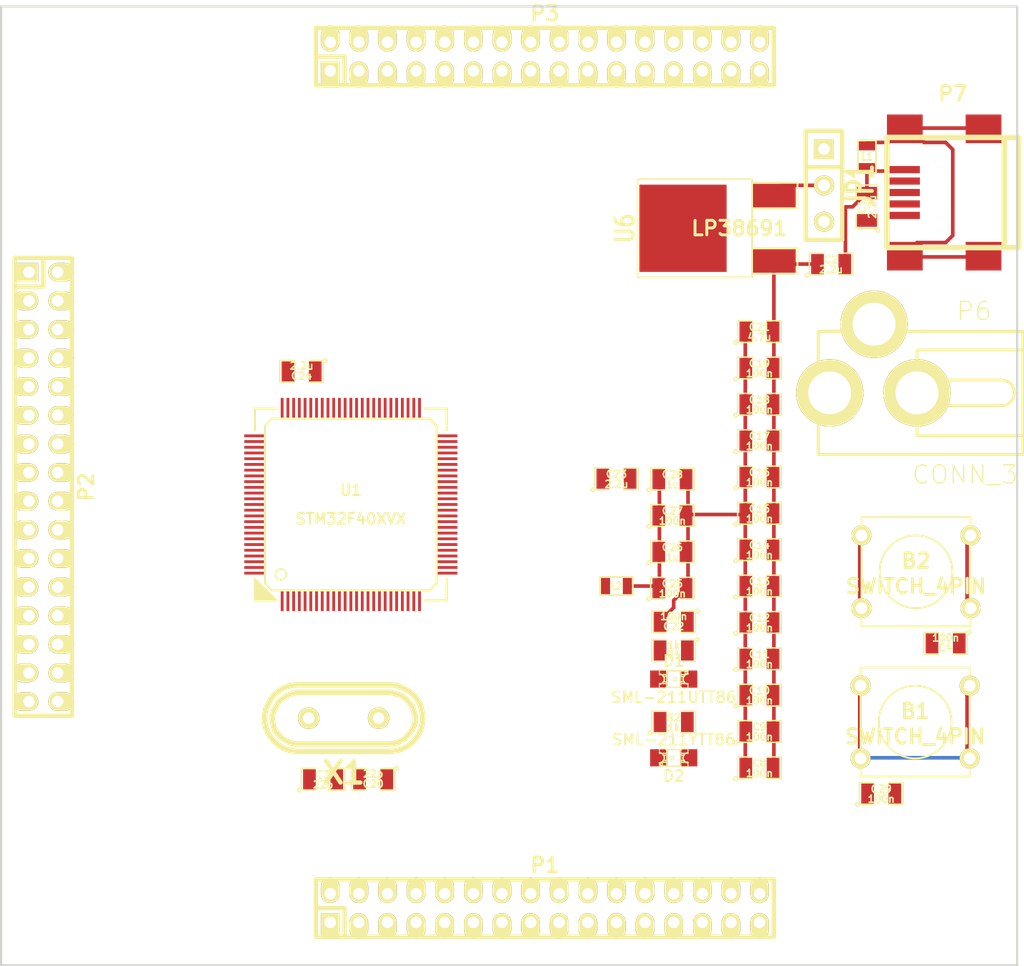
<source format=kicad_pcb>
(kicad_pcb (version 3) (host pcbnew "(2013-jul-07)-stable")

  (general
    (links 193)
    (no_connects 145)
    (area 168.424999 79.6904 240.946044 149.075001)
    (thickness 1.6)
    (drawings 5)
    (tracks 162)
    (zones 0)
    (modules 43)
    (nets 96)
  )

  (page A3)
  (layers
    (15 F.Cu signal)
    (0 B.Cu signal)
    (16 B.Adhes user)
    (17 F.Adhes user)
    (18 B.Paste user)
    (19 F.Paste user)
    (20 B.SilkS user)
    (21 F.SilkS user)
    (22 B.Mask user)
    (23 F.Mask user)
    (24 Dwgs.User user)
    (25 Cmts.User user)
    (26 Eco1.User user)
    (27 Eco2.User user)
    (28 Edge.Cuts user)
  )

  (setup
    (last_trace_width 0.2)
    (trace_clearance 0.2)
    (zone_clearance 0.508)
    (zone_45_only no)
    (trace_min 0.2)
    (segment_width 0.2)
    (edge_width 0.15)
    (via_size 0.889)
    (via_drill 0.635)
    (via_min_size 0.889)
    (via_min_drill 0.508)
    (uvia_size 0.508)
    (uvia_drill 0.127)
    (uvias_allowed no)
    (uvia_min_size 0.508)
    (uvia_min_drill 0.127)
    (pcb_text_width 0.3)
    (pcb_text_size 1.5 1.5)
    (mod_edge_width 0.15)
    (mod_text_size 1.5 1.5)
    (mod_text_width 0.15)
    (pad_size 1.524 1.524)
    (pad_drill 0.762)
    (pad_to_mask_clearance 0.2)
    (aux_axis_origin 0 0)
    (visible_elements 7FFFFBFF)
    (pcbplotparams
      (layerselection 3178497)
      (usegerberextensions true)
      (excludeedgelayer true)
      (linewidth 0.100000)
      (plotframeref false)
      (viasonmask false)
      (mode 1)
      (useauxorigin false)
      (hpglpennumber 1)
      (hpglpenspeed 20)
      (hpglpendiameter 15)
      (hpglpenoverlay 2)
      (psnegative false)
      (psa4output false)
      (plotreference true)
      (plotvalue true)
      (plotothertext true)
      (plotinvisibletext false)
      (padsonsilk false)
      (subtractmaskfromsilk false)
      (outputformat 1)
      (mirror false)
      (drillshape 1)
      (scaleselection 1)
      (outputdirectory ""))
  )

  (net 0 "")
  (net 1 +3.3V)
  (net 2 +5V)
  (net 3 /3V3_adc)
  (net 4 /boot0)
  (net 5 /ext_5v)
  (net 6 /nrst)
  (net 7 /osc_in)
  (net 8 /osc_out)
  (net 9 /pa0)
  (net 10 /pa1)
  (net 11 /pa15)
  (net 12 /pa2)
  (net 13 /pa3)
  (net 14 /pa4)
  (net 15 /pa5)
  (net 16 /pa6)
  (net 17 /pa7)
  (net 18 /pa8)
  (net 19 /pa9)
  (net 20 /pb0)
  (net 21 /pb1)
  (net 22 /pb10)
  (net 23 /pb11)
  (net 24 /pb12)
  (net 25 /pb13)
  (net 26 /pb14)
  (net 27 /pb15)
  (net 28 /pb2)
  (net 29 /pb4)
  (net 30 /pb5)
  (net 31 /pb6)
  (net 32 /pb7)
  (net 33 /pb8)
  (net 34 /pb9)
  (net 35 /pc0)
  (net 36 /pc15)
  (net 37 /pc2)
  (net 38 /pc3)
  (net 39 /pc4)
  (net 40 /pc5)
  (net 41 /pc6)
  (net 42 /pc7)
  (net 43 /pd0)
  (net 44 /pd1)
  (net 45 /pd10)
  (net 46 /pd11)
  (net 47 /pd12)
  (net 48 /pd13)
  (net 49 /pd14)
  (net 50 /pd15)
  (net 51 /pd2)
  (net 52 /pd3)
  (net 53 /pd4)
  (net 54 /pd5)
  (net 55 /pd6)
  (net 56 /pd7)
  (net 57 /pd8)
  (net 58 /pd9)
  (net 59 /pe0)
  (net 60 /pe1)
  (net 61 /pe10)
  (net 62 /pe11)
  (net 63 /pe12)
  (net 64 /pe13)
  (net 65 /pe14)
  (net 66 /pe15)
  (net 67 /pe2)
  (net 68 /pe3)
  (net 69 /pe4)
  (net 70 /pe5)
  (net 71 /pe6)
  (net 72 /pe7)
  (net 73 /pe8)
  (net 74 /pe9)
  (net 75 /sd_cd)
  (net 76 /sd_clk)
  (net 77 /sd_d0)
  (net 78 /sd_d1)
  (net 79 /sd_d2)
  (net 80 /sd_d3)
  (net 81 /sd_wp)
  (net 82 /swclk)
  (net 83 /swdio)
  (net 84 /swo)
  (net 85 /usb_5v)
  (net 86 /usb_dm)
  (net 87 /usb_dp)
  (net 88 /usb_id)
  (net 89 /user_led)
  (net 90 /vcap_1)
  (net 91 /vcap_2)
  (net 92 GND)
  (net 93 N-0000080)
  (net 94 N-0000090)
  (net 95 N-0000095)

  (net_class Default "This is the default net class."
    (clearance 0.2)
    (trace_width 0.2)
    (via_dia 0.889)
    (via_drill 0.635)
    (uvia_dia 0.508)
    (uvia_drill 0.127)
    (add_net "")
    (add_net +3.3V)
    (add_net +5V)
    (add_net /3V3_adc)
    (add_net /boot0)
    (add_net /ext_5v)
    (add_net /nrst)
    (add_net /osc_in)
    (add_net /osc_out)
    (add_net /pa0)
    (add_net /pa1)
    (add_net /pa15)
    (add_net /pa2)
    (add_net /pa3)
    (add_net /pa4)
    (add_net /pa5)
    (add_net /pa6)
    (add_net /pa7)
    (add_net /pa8)
    (add_net /pa9)
    (add_net /pb0)
    (add_net /pb1)
    (add_net /pb10)
    (add_net /pb11)
    (add_net /pb12)
    (add_net /pb13)
    (add_net /pb14)
    (add_net /pb15)
    (add_net /pb2)
    (add_net /pb4)
    (add_net /pb5)
    (add_net /pb6)
    (add_net /pb7)
    (add_net /pb8)
    (add_net /pb9)
    (add_net /pc0)
    (add_net /pc15)
    (add_net /pc2)
    (add_net /pc3)
    (add_net /pc4)
    (add_net /pc5)
    (add_net /pc6)
    (add_net /pc7)
    (add_net /pd0)
    (add_net /pd1)
    (add_net /pd10)
    (add_net /pd11)
    (add_net /pd12)
    (add_net /pd13)
    (add_net /pd14)
    (add_net /pd15)
    (add_net /pd2)
    (add_net /pd3)
    (add_net /pd4)
    (add_net /pd5)
    (add_net /pd6)
    (add_net /pd7)
    (add_net /pd8)
    (add_net /pd9)
    (add_net /pe0)
    (add_net /pe1)
    (add_net /pe10)
    (add_net /pe11)
    (add_net /pe12)
    (add_net /pe13)
    (add_net /pe14)
    (add_net /pe15)
    (add_net /pe2)
    (add_net /pe3)
    (add_net /pe4)
    (add_net /pe5)
    (add_net /pe6)
    (add_net /pe7)
    (add_net /pe8)
    (add_net /pe9)
    (add_net /sd_cd)
    (add_net /sd_clk)
    (add_net /sd_d0)
    (add_net /sd_d1)
    (add_net /sd_d2)
    (add_net /sd_d3)
    (add_net /sd_wp)
    (add_net /swclk)
    (add_net /swdio)
    (add_net /swo)
    (add_net /usb_5v)
    (add_net /usb_dm)
    (add_net /usb_dp)
    (add_net /usb_id)
    (add_net /user_led)
    (add_net /vcap_1)
    (add_net /vcap_2)
    (add_net GND)
    (add_net N-0000080)
    (add_net N-0000090)
    (add_net N-0000095)
  )

  (module USB_MINI_B   placed (layer F.Cu) (tedit 505F99F2) (tstamp 53067881)
    (at 235 95 180)
    (descr "USB Mini-B 5-pin SMD connector")
    (tags "USB, Mini-B, connector")
    (path /53054694)
    (fp_text reference P7 (at 0 6.90118 180) (layer F.SilkS)
      (effects (font (size 1.016 1.016) (thickness 0.2032)))
    )
    (fp_text value USB-MINI-B (at 0 -7.0993 180) (layer F.SilkS) hide
      (effects (font (size 1.016 1.016) (thickness 0.2032)))
    )
    (fp_line (start -3.59918 -3.85064) (end -3.59918 3.85064) (layer F.SilkS) (width 0.381))
    (fp_line (start -4.59994 -3.85064) (end -4.59994 3.85064) (layer F.SilkS) (width 0.381))
    (fp_line (start -4.59994 3.85064) (end 4.59994 3.85064) (layer F.SilkS) (width 0.381))
    (fp_line (start 4.59994 3.85064) (end 4.59994 -3.85064) (layer F.SilkS) (width 0.381))
    (fp_line (start 4.59994 -3.85064) (end -4.59994 -3.85064) (layer F.SilkS) (width 0.381))
    (pad 1 smd rect (at 3.44932 -1.6002 180) (size 2.30124 0.50038)
      (layers F.Cu F.Paste F.Mask)
      (net 85 /usb_5v)
    )
    (pad 2 smd rect (at 3.44932 -0.8001 180) (size 2.30124 0.50038)
      (layers F.Cu F.Paste F.Mask)
      (net 86 /usb_dm)
    )
    (pad 3 smd rect (at 3.44932 0 180) (size 2.30124 0.50038)
      (layers F.Cu F.Paste F.Mask)
      (net 87 /usb_dp)
    )
    (pad 4 smd rect (at 3.44932 0.8001 180) (size 2.30124 0.50038)
      (layers F.Cu F.Paste F.Mask)
      (net 88 /usb_id)
    )
    (pad 5 smd rect (at 3.44932 1.6002 180) (size 2.30124 0.50038)
      (layers F.Cu F.Paste F.Mask)
      (net 92 GND)
    )
    (pad 6 smd rect (at 3.35026 -4.45008 180) (size 2.49936 1.99898)
      (layers F.Cu F.Paste F.Mask)
      (net 93 N-0000080)
    )
    (pad 7 smd rect (at -2.14884 -4.45008 180) (size 2.49936 1.99898)
      (layers F.Cu F.Paste F.Mask)
      (net 93 N-0000080)
    )
    (pad 8 smd rect (at 3.35026 4.45008 180) (size 2.49936 1.99898)
      (layers F.Cu F.Paste F.Mask)
      (net 93 N-0000080)
    )
    (pad 9 smd rect (at -2.14884 4.45008 180) (size 2.49936 1.99898)
      (layers F.Cu F.Paste F.Mask)
      (net 93 N-0000080)
    )
    (pad "" np_thru_hole circle (at 0.8509 -2.19964 180) (size 0.89916 0.89916) (drill 0.89916)
      (layers *.Cu *.Mask F.SilkS)
    )
    (pad 2 np_thru_hole circle (at 0.8509 2.19964 180) (size 0.89916 0.89916) (drill 0.89916)
      (layers *.Cu *.Mask F.SilkS)
      (net 86 /usb_dm)
    )
  )

  (module TQFP-100-4   placed (layer F.Cu) (tedit 503E6B88) (tstamp 530688BD)
    (at 192.94 116.8)
    (descr "TQFP-100, 12x12 0.4mm spacing")
    (path /5306599E)
    (attr smd)
    (fp_text reference U1 (at 0 -1.00076) (layer F.SilkS)
      (effects (font (size 0.7493 0.7493) (thickness 0.14986)))
    )
    (fp_text value STM32F40XVX (at 0 1.00076) (layer F.SilkS)
      (effects (font (size 0.7493 0.7493) (thickness 0.14986)))
    )
    (fp_line (start -6.59892 6.70052) (end -6.59892 5.40004) (layer F.SilkS) (width 0.14986))
    (fp_line (start -6.59892 5.40004) (end -5.40004 6.59892) (layer F.SilkS) (width 0.14986))
    (fp_line (start -5.40004 6.59892) (end -6.49986 6.59892) (layer F.SilkS) (width 0.14986))
    (fp_line (start -6.49986 6.59892) (end -6.49986 5.6007) (layer F.SilkS) (width 0.14986))
    (fp_line (start -6.49986 5.6007) (end -5.6007 6.49986) (layer F.SilkS) (width 0.14986))
    (fp_line (start -5.6007 6.49986) (end -6.4008 6.49986) (layer F.SilkS) (width 0.14986))
    (fp_line (start -6.4008 6.49986) (end -6.4008 5.79882) (layer F.SilkS) (width 0.14986))
    (fp_line (start -6.4008 5.79882) (end -5.79882 6.4008) (layer F.SilkS) (width 0.14986))
    (fp_line (start -5.79882 6.4008) (end -6.2992 6.4008) (layer F.SilkS) (width 0.14986))
    (fp_line (start -6.2992 6.4008) (end -6.2992 5.99948) (layer F.SilkS) (width 0.14986))
    (fp_line (start -6.2992 5.99948) (end -5.99948 6.2992) (layer F.SilkS) (width 0.14986))
    (fp_line (start -5.99948 6.2992) (end -6.20014 6.2992) (layer F.SilkS) (width 0.14986))
    (fp_line (start -6.20014 6.2992) (end -6.20014 6.20014) (layer F.SilkS) (width 0.14986))
    (fp_line (start -6.70052 5.19938) (end -5.19938 6.70052) (layer F.SilkS) (width 0.14986))
    (fp_line (start -5.19938 -6.70052) (end -6.70052 -6.70052) (layer F.SilkS) (width 0.14986))
    (fp_line (start -6.70052 -6.70052) (end -6.70052 -5.19938) (layer F.SilkS) (width 0.14986))
    (fp_line (start 6.70052 -5.19938) (end 6.70052 -6.70052) (layer F.SilkS) (width 0.14986))
    (fp_line (start 6.70052 -6.70052) (end 5.19938 -6.70052) (layer F.SilkS) (width 0.14986))
    (fp_line (start 6.70052 6.70052) (end 6.70052 5.19938) (layer F.SilkS) (width 0.14986))
    (fp_line (start 6.70052 6.70052) (end 5.19938 6.70052) (layer F.SilkS) (width 0.14986))
    (fp_line (start -6.70052 5.19938) (end -6.70052 6.70052) (layer F.SilkS) (width 0.14986))
    (fp_line (start -6.70052 6.70052) (end -5.19938 6.70052) (layer F.SilkS) (width 0.14986))
    (fp_line (start -5.4991 5.99948) (end 5.4991 5.99948) (layer F.SilkS) (width 0.14986))
    (fp_line (start -5.99948 -5.4991) (end -5.99948 5.4991) (layer F.SilkS) (width 0.14986))
    (fp_line (start 5.4991 -5.99948) (end -5.4991 -5.99948) (layer F.SilkS) (width 0.14986))
    (fp_line (start 5.99948 5.4991) (end 5.99948 -5.4991) (layer F.SilkS) (width 0.14986))
    (fp_line (start -5.50164 5.99948) (end -6.00202 5.4991) (layer F.SilkS) (width 0.14986))
    (fp_line (start -5.99948 -5.50164) (end -5.4991 -6.00202) (layer F.SilkS) (width 0.14986))
    (fp_line (start 5.4991 -6.00202) (end 5.99948 -5.50164) (layer F.SilkS) (width 0.14986))
    (fp_line (start 5.99948 5.4991) (end 5.4991 5.99948) (layer F.SilkS) (width 0.14986))
    (fp_circle (center -4.8895 4.8895) (end -5.1181 5.1943) (layer F.SilkS) (width 0.127))
    (pad 4 smd rect (at -3.59918 6.69798) (size 0.19558 1.4986)
      (layers F.Cu F.Paste F.Mask)
      (net 70 /pe5)
    )
    (pad 5 smd rect (at -3.19786 6.69798) (size 0.19558 1.4986)
      (layers F.Cu F.Paste F.Mask)
      (net 71 /pe6)
    )
    (pad 6 smd rect (at -2.79908 6.69798) (size 0.19558 1.4986)
      (layers F.Cu F.Paste F.Mask)
      (net 1 +3.3V)
    )
    (pad 7 smd rect (at -2.39776 6.69798) (size 0.19558 1.4986)
      (layers F.Cu F.Paste F.Mask)
      (net 75 /sd_cd)
    )
    (pad 8 smd rect (at -1.99898 6.69798) (size 0.19558 1.4986)
      (layers F.Cu F.Paste F.Mask)
      (net 81 /sd_wp)
    )
    (pad 1 smd rect (at -4.79806 6.69798) (size 0.19558 1.4986)
      (layers F.Cu F.Paste F.Mask)
      (net 67 /pe2)
    )
    (pad 2 smd rect (at -4.39928 6.69798) (size 0.19558 1.4986)
      (layers F.Cu F.Paste F.Mask)
      (net 68 /pe3)
    )
    (pad 3 smd rect (at -3.99796 6.69798) (size 0.19558 1.4986)
      (layers F.Cu F.Paste F.Mask)
      (net 69 /pe4)
    )
    (pad 17 smd rect (at 1.59766 6.69798) (size 0.19558 1.4986)
      (layers F.Cu F.Paste F.Mask)
      (net 37 /pc2)
    )
    (pad 18 smd rect (at 1.99898 6.69798) (size 0.19558 1.4986)
      (layers F.Cu F.Paste F.Mask)
      (net 38 /pc3)
    )
    (pad 19 smd rect (at 2.39776 6.69798) (size 0.19558 1.4986)
      (layers F.Cu F.Paste F.Mask)
      (net 1 +3.3V)
    )
    (pad 20 smd rect (at 2.79908 6.69798) (size 0.19558 1.4986)
      (layers F.Cu F.Paste F.Mask)
      (net 92 GND)
    )
    (pad 21 smd rect (at 3.19786 6.69798) (size 0.19558 1.4986)
      (layers F.Cu F.Paste F.Mask)
      (net 3 /3V3_adc)
    )
    (pad 22 smd rect (at 3.59918 6.69798) (size 0.19558 1.4986)
      (layers F.Cu F.Paste F.Mask)
      (net 3 /3V3_adc)
    )
    (pad 23 smd rect (at 3.99796 6.69798) (size 0.19558 1.4986)
      (layers F.Cu F.Paste F.Mask)
      (net 9 /pa0)
    )
    (pad 24 smd rect (at 4.39928 6.69798) (size 0.19558 1.4986)
      (layers F.Cu F.Paste F.Mask)
      (net 10 /pa1)
    )
    (pad 33 smd rect (at 6.69798 1.99898) (size 1.4986 0.19558)
      (layers F.Cu F.Paste F.Mask)
      (net 39 /pc4)
    )
    (pad 34 smd rect (at 6.69798 1.59766) (size 1.4986 0.19558)
      (layers F.Cu F.Paste F.Mask)
      (net 40 /pc5)
    )
    (pad 35 smd rect (at 6.69798 1.19888) (size 1.4986 0.19558)
      (layers F.Cu F.Paste F.Mask)
      (net 20 /pb0)
    )
    (pad 36 smd rect (at 6.69798 0.79756) (size 1.4986 0.19558)
      (layers F.Cu F.Paste F.Mask)
      (net 21 /pb1)
    )
    (pad 37 smd rect (at 6.69798 0.39878) (size 1.4986 0.19558)
      (layers F.Cu F.Paste F.Mask)
      (net 28 /pb2)
    )
    (pad 38 smd rect (at 6.69798 0) (size 1.4986 0.19558)
      (layers F.Cu F.Paste F.Mask)
      (net 72 /pe7)
    )
    (pad 39 smd rect (at 6.69798 -0.39878) (size 1.4986 0.19558)
      (layers F.Cu F.Paste F.Mask)
      (net 73 /pe8)
    )
    (pad 40 smd rect (at 6.69798 -0.79756) (size 1.4986 0.19558)
      (layers F.Cu F.Paste F.Mask)
      (net 74 /pe9)
    )
    (pad 49 smd rect (at 6.69798 -4.39928) (size 1.4986 0.19558)
      (layers F.Cu F.Paste F.Mask)
      (net 90 /vcap_1)
    )
    (pad 50 smd rect (at 6.69798 -4.79806) (size 1.4986 0.19558)
      (layers F.Cu F.Paste F.Mask)
      (net 1 +3.3V)
    )
    (pad 51 smd rect (at 4.79806 -6.69798) (size 0.19558 1.4986)
      (layers F.Cu F.Paste F.Mask)
      (net 24 /pb12)
    )
    (pad 52 smd rect (at 4.39928 -6.69798) (size 0.19558 1.4986)
      (layers F.Cu F.Paste F.Mask)
      (net 25 /pb13)
    )
    (pad 53 smd rect (at 3.99796 -6.69798) (size 0.19558 1.4986)
      (layers F.Cu F.Paste F.Mask)
      (net 26 /pb14)
    )
    (pad 54 smd rect (at 3.59918 -6.69798) (size 0.19558 1.4986)
      (layers F.Cu F.Paste F.Mask)
      (net 27 /pb15)
    )
    (pad 55 smd rect (at 3.19786 -6.69798) (size 0.19558 1.4986)
      (layers F.Cu F.Paste F.Mask)
      (net 57 /pd8)
    )
    (pad 56 smd rect (at 2.79908 -6.69798) (size 0.19558 1.4986)
      (layers F.Cu F.Paste F.Mask)
      (net 58 /pd9)
    )
    (pad 9 smd rect (at -1.59766 6.69798) (size 0.19558 1.4986)
      (layers F.Cu F.Paste F.Mask)
      (net 36 /pc15)
    )
    (pad 10 smd rect (at -1.19888 6.69798) (size 0.19558 1.4986)
      (layers F.Cu F.Paste F.Mask)
      (net 92 GND)
    )
    (pad 11 smd rect (at -0.79756 6.69798) (size 0.19558 1.4986)
      (layers F.Cu F.Paste F.Mask)
      (net 1 +3.3V)
    )
    (pad 25 smd rect (at 4.79806 6.69798) (size 0.19558 1.4986)
      (layers F.Cu F.Paste F.Mask)
      (net 12 /pa2)
    )
    (pad 26 smd rect (at 6.69798 4.79806) (size 1.4986 0.19558)
      (layers F.Cu F.Paste F.Mask)
      (net 13 /pa3)
    )
    (pad 27 smd rect (at 6.69798 4.39928) (size 1.4986 0.19558)
      (layers F.Cu F.Paste F.Mask)
      (net 92 GND)
    )
    (pad 41 smd rect (at 6.69798 -1.19888) (size 1.4986 0.19558)
      (layers F.Cu F.Paste F.Mask)
      (net 61 /pe10)
    )
    (pad 42 smd rect (at 6.69798 -1.59766) (size 1.4986 0.19558)
      (layers F.Cu F.Paste F.Mask)
      (net 62 /pe11)
    )
    (pad 43 smd rect (at 6.69798 -1.99898) (size 1.4986 0.19558)
      (layers F.Cu F.Paste F.Mask)
      (net 63 /pe12)
    )
    (pad 57 smd rect (at 2.39776 -6.69798) (size 0.19558 1.4986)
      (layers F.Cu F.Paste F.Mask)
      (net 45 /pd10)
    )
    (pad 58 smd rect (at 1.99898 -6.69798) (size 0.19558 1.4986)
      (layers F.Cu F.Paste F.Mask)
      (net 46 /pd11)
    )
    (pad 59 smd rect (at 1.59766 -6.69798) (size 0.19558 1.4986)
      (layers F.Cu F.Paste F.Mask)
      (net 47 /pd12)
    )
    (pad 12 smd rect (at -0.39878 6.69798) (size 0.19558 1.4986)
      (layers F.Cu F.Paste F.Mask)
      (net 7 /osc_in)
    )
    (pad 13 smd rect (at 0 6.69798) (size 0.19558 1.4986)
      (layers F.Cu F.Paste F.Mask)
      (net 8 /osc_out)
    )
    (pad 14 smd rect (at 0.39878 6.69798) (size 0.19558 1.4986)
      (layers F.Cu F.Paste F.Mask)
      (net 6 /nrst)
    )
    (pad 15 smd rect (at 0.79756 6.69798) (size 0.19558 1.4986)
      (layers F.Cu F.Paste F.Mask)
      (net 35 /pc0)
    )
    (pad 16 smd rect (at 1.19888 6.69798) (size 0.19558 1.4986)
      (layers F.Cu F.Paste F.Mask)
      (net 89 /user_led)
    )
    (pad 28 smd rect (at 6.69798 3.99796) (size 1.4986 0.19558)
      (layers F.Cu F.Paste F.Mask)
      (net 1 +3.3V)
    )
    (pad 29 smd rect (at 6.69798 3.59918) (size 1.4986 0.19558)
      (layers F.Cu F.Paste F.Mask)
      (net 14 /pa4)
    )
    (pad 30 smd rect (at 6.69798 3.19786) (size 1.4986 0.19558)
      (layers F.Cu F.Paste F.Mask)
      (net 15 /pa5)
    )
    (pad 31 smd rect (at 6.69798 2.79908) (size 1.4986 0.19558)
      (layers F.Cu F.Paste F.Mask)
      (net 16 /pa6)
    )
    (pad 32 smd rect (at 6.69798 2.39776) (size 1.4986 0.19558)
      (layers F.Cu F.Paste F.Mask)
      (net 17 /pa7)
    )
    (pad 44 smd rect (at 6.69798 -2.39776) (size 1.4986 0.19558)
      (layers F.Cu F.Paste F.Mask)
      (net 64 /pe13)
    )
    (pad 45 smd rect (at 6.69798 -2.79908) (size 1.4986 0.19558)
      (layers F.Cu F.Paste F.Mask)
      (net 65 /pe14)
    )
    (pad 46 smd rect (at 6.69798 -3.19786) (size 1.4986 0.19558)
      (layers F.Cu F.Paste F.Mask)
      (net 66 /pe15)
    )
    (pad 47 smd rect (at 6.69798 -3.59918) (size 1.4986 0.19558)
      (layers F.Cu F.Paste F.Mask)
      (net 22 /pb10)
    )
    (pad 48 smd rect (at 6.69798 -3.99796) (size 1.4986 0.19558)
      (layers F.Cu F.Paste F.Mask)
      (net 23 /pb11)
    )
    (pad 60 smd rect (at 1.19888 -6.69798) (size 0.19558 1.4986)
      (layers F.Cu F.Paste F.Mask)
      (net 48 /pd13)
    )
    (pad 61 smd rect (at 0.79756 -6.69798) (size 0.19558 1.4986)
      (layers F.Cu F.Paste F.Mask)
      (net 49 /pd14)
    )
    (pad 62 smd rect (at 0.39878 -6.69798) (size 0.19558 1.4986)
      (layers F.Cu F.Paste F.Mask)
      (net 50 /pd15)
    )
    (pad 63 smd rect (at 0 -6.69798) (size 0.19558 1.4986)
      (layers F.Cu F.Paste F.Mask)
      (net 41 /pc6)
    )
    (pad 64 smd rect (at -0.39878 -6.69798) (size 0.19558 1.4986)
      (layers F.Cu F.Paste F.Mask)
      (net 42 /pc7)
    )
    (pad 65 smd rect (at -0.79756 -6.69798) (size 0.19558 1.4986)
      (layers F.Cu F.Paste F.Mask)
      (net 77 /sd_d0)
    )
    (pad 66 smd rect (at -1.19888 -6.69798) (size 0.19558 1.4986)
      (layers F.Cu F.Paste F.Mask)
      (net 78 /sd_d1)
    )
    (pad 67 smd rect (at -1.59766 -6.69798) (size 0.19558 1.4986)
      (layers F.Cu F.Paste F.Mask)
      (net 18 /pa8)
    )
    (pad 68 smd rect (at -1.99898 -6.69798) (size 0.19558 1.4986)
      (layers F.Cu F.Paste F.Mask)
      (net 19 /pa9)
    )
    (pad 69 smd rect (at -2.39776 -6.69798) (size 0.19558 1.4986)
      (layers F.Cu F.Paste F.Mask)
      (net 88 /usb_id)
    )
    (pad 70 smd rect (at -2.79908 -6.69798) (size 0.19558 1.4986)
      (layers F.Cu F.Paste F.Mask)
      (net 86 /usb_dm)
    )
    (pad 71 smd rect (at -3.19786 -6.69798) (size 0.19558 1.4986)
      (layers F.Cu F.Paste F.Mask)
      (net 87 /usb_dp)
    )
    (pad 72 smd rect (at -3.59918 -6.69798) (size 0.19558 1.4986)
      (layers F.Cu F.Paste F.Mask)
      (net 83 /swdio)
    )
    (pad 73 smd rect (at -3.99796 -6.69798) (size 0.19558 1.4986)
      (layers F.Cu F.Paste F.Mask)
      (net 91 /vcap_2)
    )
    (pad 74 smd rect (at -4.39928 -6.69798) (size 0.19558 1.4986)
      (layers F.Cu F.Paste F.Mask)
      (net 92 GND)
    )
    (pad 75 smd rect (at -4.79806 -6.69798) (size 0.19558 1.4986)
      (layers F.Cu F.Paste F.Mask)
      (net 1 +3.3V)
    )
    (pad 76 smd rect (at -6.69798 -4.79806) (size 1.4986 0.19558)
      (layers F.Cu F.Paste F.Mask)
      (net 82 /swclk)
    )
    (pad 77 smd rect (at -6.69798 -4.39928) (size 1.4986 0.19558)
      (layers F.Cu F.Paste F.Mask)
      (net 11 /pa15)
    )
    (pad 78 smd rect (at -6.69798 -3.99796) (size 1.4986 0.19558)
      (layers F.Cu F.Paste F.Mask)
      (net 79 /sd_d2)
    )
    (pad 79 smd rect (at -6.69798 -3.59918) (size 1.4986 0.19558)
      (layers F.Cu F.Paste F.Mask)
      (net 80 /sd_d3)
    )
    (pad 80 smd rect (at -6.69798 -3.19786) (size 1.4986 0.19558)
      (layers F.Cu F.Paste F.Mask)
      (net 76 /sd_clk)
    )
    (pad 81 smd rect (at -6.69798 -2.79908) (size 1.4986 0.19558)
      (layers F.Cu F.Paste F.Mask)
      (net 43 /pd0)
    )
    (pad 82 smd rect (at -6.69798 -2.39776) (size 1.4986 0.19558)
      (layers F.Cu F.Paste F.Mask)
      (net 44 /pd1)
    )
    (pad 83 smd rect (at -6.69798 -1.99898) (size 1.4986 0.19558)
      (layers F.Cu F.Paste F.Mask)
      (net 51 /pd2)
    )
    (pad 84 smd rect (at -6.69798 -1.59766) (size 1.4986 0.19558)
      (layers F.Cu F.Paste F.Mask)
      (net 52 /pd3)
    )
    (pad 85 smd rect (at -6.69798 -1.19888) (size 1.4986 0.19558)
      (layers F.Cu F.Paste F.Mask)
      (net 53 /pd4)
    )
    (pad 86 smd rect (at -6.69798 -0.79756) (size 1.4986 0.19558)
      (layers F.Cu F.Paste F.Mask)
      (net 54 /pd5)
    )
    (pad 87 smd rect (at -6.69798 -0.39878) (size 1.4986 0.19558)
      (layers F.Cu F.Paste F.Mask)
      (net 55 /pd6)
    )
    (pad 88 smd rect (at -6.69798 0) (size 1.4986 0.19558)
      (layers F.Cu F.Paste F.Mask)
      (net 56 /pd7)
    )
    (pad 89 smd rect (at -6.69798 0.39878) (size 1.4986 0.19558)
      (layers F.Cu F.Paste F.Mask)
      (net 84 /swo)
    )
    (pad 90 smd rect (at -6.69798 0.79756) (size 1.4986 0.19558)
      (layers F.Cu F.Paste F.Mask)
      (net 29 /pb4)
    )
    (pad 91 smd rect (at -6.69798 1.19888) (size 1.4986 0.19558)
      (layers F.Cu F.Paste F.Mask)
      (net 30 /pb5)
    )
    (pad 92 smd rect (at -6.69798 1.59766) (size 1.4986 0.19558)
      (layers F.Cu F.Paste F.Mask)
      (net 31 /pb6)
    )
    (pad 93 smd rect (at -6.69798 1.99898) (size 1.4986 0.19558)
      (layers F.Cu F.Paste F.Mask)
      (net 32 /pb7)
    )
    (pad 94 smd rect (at -6.69798 2.39776) (size 1.4986 0.19558)
      (layers F.Cu F.Paste F.Mask)
      (net 4 /boot0)
    )
    (pad 95 smd rect (at -6.69798 2.79908) (size 1.4986 0.19558)
      (layers F.Cu F.Paste F.Mask)
      (net 33 /pb8)
    )
    (pad 96 smd rect (at -6.69798 3.19786) (size 1.4986 0.19558)
      (layers F.Cu F.Paste F.Mask)
      (net 34 /pb9)
    )
    (pad 97 smd rect (at -6.69798 3.59918) (size 1.4986 0.19558)
      (layers F.Cu F.Paste F.Mask)
      (net 59 /pe0)
    )
    (pad 98 smd rect (at -6.69798 3.99796) (size 1.4986 0.19558)
      (layers F.Cu F.Paste F.Mask)
      (net 60 /pe1)
    )
    (pad 99 smd rect (at -6.69798 4.39928) (size 1.4986 0.19558)
      (layers F.Cu F.Paste F.Mask)
      (net 92 GND)
    )
    (pad 100 smd rect (at -6.69798 4.79806) (size 1.4986 0.19558)
      (layers F.Cu F.Paste F.Mask)
      (net 1 +3.3V)
    )
    (model smd\smd_lqfp\tqfp-100-4.wrl
      (at (xyz 0 0 0))
      (scale (xyz 1 1 1))
      (rotate (xyz 0 0 0))
    )
  )

  (module SW_PUSH_SMALL   placed (layer F.Cu) (tedit 46544DB3) (tstamp 53067915)
    (at 232.37 132)
    (path /51EA62D5)
    (fp_text reference B1 (at 0 -0.762) (layer F.SilkS)
      (effects (font (size 1.016 1.016) (thickness 0.2032)))
    )
    (fp_text value SWITCH_4PIN (at 0 1.016) (layer F.SilkS)
      (effects (font (size 1.016 1.016) (thickness 0.2032)))
    )
    (fp_circle (center 0 0) (end 0 -2.54) (layer F.SilkS) (width 0.127))
    (fp_line (start -3.81 -3.81) (end 3.81 -3.81) (layer F.SilkS) (width 0.127))
    (fp_line (start 3.81 -3.81) (end 3.81 3.81) (layer F.SilkS) (width 0.127))
    (fp_line (start 3.81 3.81) (end -3.81 3.81) (layer F.SilkS) (width 0.127))
    (fp_line (start -3.81 -3.81) (end -3.81 3.81) (layer F.SilkS) (width 0.127))
    (pad 1 thru_hole circle (at 3.81 -2.54) (size 1.397 1.397) (drill 0.8128)
      (layers *.Cu *.Mask F.SilkS)
      (net 6 /nrst)
    )
    (pad 2 thru_hole circle (at 3.81 2.54) (size 1.397 1.397) (drill 0.8128)
      (layers *.Cu *.Mask F.SilkS)
      (net 6 /nrst)
    )
    (pad 1 thru_hole circle (at -3.81 -2.54) (size 1.397 1.397) (drill 0.8128)
      (layers *.Cu *.Mask F.SilkS)
      (net 6 /nrst)
    )
    (pad 2 thru_hole circle (at -3.81 2.54) (size 1.397 1.397) (drill 0.8128)
      (layers *.Cu *.Mask F.SilkS)
      (net 6 /nrst)
    )
  )

  (module SW_PUSH_SMALL   placed (layer F.Cu) (tedit 46544DB3) (tstamp 53067922)
    (at 232.43 121.5)
    (path /5306933C)
    (fp_text reference B2 (at 0 -0.762) (layer F.SilkS)
      (effects (font (size 1.016 1.016) (thickness 0.2032)))
    )
    (fp_text value SWITCH_4PIN (at 0 1.016) (layer F.SilkS)
      (effects (font (size 1.016 1.016) (thickness 0.2032)))
    )
    (fp_circle (center 0 0) (end 0 -2.54) (layer F.SilkS) (width 0.127))
    (fp_line (start -3.81 -3.81) (end 3.81 -3.81) (layer F.SilkS) (width 0.127))
    (fp_line (start 3.81 -3.81) (end 3.81 3.81) (layer F.SilkS) (width 0.127))
    (fp_line (start 3.81 3.81) (end -3.81 3.81) (layer F.SilkS) (width 0.127))
    (fp_line (start -3.81 -3.81) (end -3.81 3.81) (layer F.SilkS) (width 0.127))
    (pad 1 thru_hole circle (at 3.81 -2.54) (size 1.397 1.397) (drill 0.8128)
      (layers *.Cu *.Mask F.SilkS)
      (net 4 /boot0)
    )
    (pad 2 thru_hole circle (at 3.81 2.54) (size 1.397 1.397) (drill 0.8128)
      (layers *.Cu *.Mask F.SilkS)
      (net 4 /boot0)
    )
    (pad 1 thru_hole circle (at -3.81 -2.54) (size 1.397 1.397) (drill 0.8128)
      (layers *.Cu *.Mask F.SilkS)
      (net 4 /boot0)
    )
    (pad 2 thru_hole circle (at -3.81 2.54) (size 1.397 1.397) (drill 0.8128)
      (layers *.Cu *.Mask F.SilkS)
      (net 4 /boot0)
    )
  )

  (module SM0805   placed (layer F.Cu) (tedit 5091495C) (tstamp 5306792F)
    (at 221.49 109.8)
    (path /51E0355B)
    (attr smd)
    (fp_text reference C18 (at 0 -0.3175) (layer F.SilkS)
      (effects (font (size 0.50038 0.50038) (thickness 0.10922)))
    )
    (fp_text value 100n (at 0 0.381) (layer F.SilkS)
      (effects (font (size 0.50038 0.50038) (thickness 0.10922)))
    )
    (fp_circle (center -1.651 0.762) (end -1.651 0.635) (layer F.SilkS) (width 0.09906))
    (fp_line (start -0.508 0.762) (end -1.524 0.762) (layer F.SilkS) (width 0.09906))
    (fp_line (start -1.524 0.762) (end -1.524 -0.762) (layer F.SilkS) (width 0.09906))
    (fp_line (start -1.524 -0.762) (end -0.508 -0.762) (layer F.SilkS) (width 0.09906))
    (fp_line (start 0.508 -0.762) (end 1.524 -0.762) (layer F.SilkS) (width 0.09906))
    (fp_line (start 1.524 -0.762) (end 1.524 0.762) (layer F.SilkS) (width 0.09906))
    (fp_line (start 1.524 0.762) (end 0.508 0.762) (layer F.SilkS) (width 0.09906))
    (pad 1 smd rect (at -0.9525 0) (size 0.889 1.397)
      (layers F.Cu F.Paste F.Mask)
      (net 92 GND)
    )
    (pad 2 smd rect (at 0.9525 0) (size 0.889 1.397)
      (layers F.Cu F.Paste F.Mask)
      (net 1 +3.3V)
    )
    (model smd/chip_cms.wrl
      (at (xyz 0 0 0))
      (scale (xyz 0.1 0.1 0.1))
      (rotate (xyz 0 0 0))
    )
  )

  (module SM0805   placed (layer F.Cu) (tedit 53067C4E) (tstamp 5306793C)
    (at 215.5 132)
    (path /51E9B6C3)
    (attr smd)
    (fp_text reference R2 (at 0 -0.3175) (layer F.SilkS)
      (effects (font (size 0.50038 0.50038) (thickness 0.10922)))
    )
    (fp_text value 1k (at 0 0.381) (layer F.SilkS)
      (effects (font (size 0.50038 0.50038) (thickness 0.10922)))
    )
    (fp_circle (center -1.651 0.762) (end -1.651 0.635) (layer F.SilkS) (width 0.09906))
    (fp_line (start -0.508 0.762) (end -1.524 0.762) (layer F.SilkS) (width 0.09906))
    (fp_line (start -1.524 0.762) (end -1.524 -0.762) (layer F.SilkS) (width 0.09906))
    (fp_line (start -1.524 -0.762) (end -0.508 -0.762) (layer F.SilkS) (width 0.09906))
    (fp_line (start 0.508 -0.762) (end 1.524 -0.762) (layer F.SilkS) (width 0.09906))
    (fp_line (start 1.524 -0.762) (end 1.524 0.762) (layer F.SilkS) (width 0.09906))
    (fp_line (start 1.524 0.762) (end 0.508 0.762) (layer F.SilkS) (width 0.09906))
    (pad 1 smd rect (at -0.9525 0) (size 0.889 1.397)
      (layers F.Cu F.Paste F.Mask)
      (net 89 /user_led)
    )
    (pad 2 smd rect (at 0.9525 0) (size 0.889 1.397)
      (layers F.Cu F.Paste F.Mask)
      (net 95 N-0000095)
    )
    (model smd/chip_cms.wrl
      (at (xyz 0 0 0))
      (scale (xyz 0.1 0.1 0.1))
      (rotate (xyz 0 0 0))
    )
  )

  (module SM0805   placed (layer F.Cu) (tedit 5091495C) (tstamp 53067949)
    (at 221.49 107.26)
    (path /51E0355A)
    (attr smd)
    (fp_text reference C19 (at 0 -0.3175) (layer F.SilkS)
      (effects (font (size 0.50038 0.50038) (thickness 0.10922)))
    )
    (fp_text value 100n (at 0 0.381) (layer F.SilkS)
      (effects (font (size 0.50038 0.50038) (thickness 0.10922)))
    )
    (fp_circle (center -1.651 0.762) (end -1.651 0.635) (layer F.SilkS) (width 0.09906))
    (fp_line (start -0.508 0.762) (end -1.524 0.762) (layer F.SilkS) (width 0.09906))
    (fp_line (start -1.524 0.762) (end -1.524 -0.762) (layer F.SilkS) (width 0.09906))
    (fp_line (start -1.524 -0.762) (end -0.508 -0.762) (layer F.SilkS) (width 0.09906))
    (fp_line (start 0.508 -0.762) (end 1.524 -0.762) (layer F.SilkS) (width 0.09906))
    (fp_line (start 1.524 -0.762) (end 1.524 0.762) (layer F.SilkS) (width 0.09906))
    (fp_line (start 1.524 0.762) (end 0.508 0.762) (layer F.SilkS) (width 0.09906))
    (pad 1 smd rect (at -0.9525 0) (size 0.889 1.397)
      (layers F.Cu F.Paste F.Mask)
      (net 92 GND)
    )
    (pad 2 smd rect (at 0.9525 0) (size 0.889 1.397)
      (layers F.Cu F.Paste F.Mask)
      (net 1 +3.3V)
    )
    (model smd/chip_cms.wrl
      (at (xyz 0 0 0))
      (scale (xyz 0.1 0.1 0.1))
      (rotate (xyz 0 0 0))
    )
  )

  (module SM0805   placed (layer F.Cu) (tedit 5091495C) (tstamp 53067956)
    (at 221.49 112.34)
    (path /51E03559)
    (attr smd)
    (fp_text reference C17 (at 0 -0.3175) (layer F.SilkS)
      (effects (font (size 0.50038 0.50038) (thickness 0.10922)))
    )
    (fp_text value 100n (at 0 0.381) (layer F.SilkS)
      (effects (font (size 0.50038 0.50038) (thickness 0.10922)))
    )
    (fp_circle (center -1.651 0.762) (end -1.651 0.635) (layer F.SilkS) (width 0.09906))
    (fp_line (start -0.508 0.762) (end -1.524 0.762) (layer F.SilkS) (width 0.09906))
    (fp_line (start -1.524 0.762) (end -1.524 -0.762) (layer F.SilkS) (width 0.09906))
    (fp_line (start -1.524 -0.762) (end -0.508 -0.762) (layer F.SilkS) (width 0.09906))
    (fp_line (start 0.508 -0.762) (end 1.524 -0.762) (layer F.SilkS) (width 0.09906))
    (fp_line (start 1.524 -0.762) (end 1.524 0.762) (layer F.SilkS) (width 0.09906))
    (fp_line (start 1.524 0.762) (end 0.508 0.762) (layer F.SilkS) (width 0.09906))
    (pad 1 smd rect (at -0.9525 0) (size 0.889 1.397)
      (layers F.Cu F.Paste F.Mask)
      (net 92 GND)
    )
    (pad 2 smd rect (at 0.9525 0) (size 0.889 1.397)
      (layers F.Cu F.Paste F.Mask)
      (net 1 +3.3V)
    )
    (model smd/chip_cms.wrl
      (at (xyz 0 0 0))
      (scale (xyz 0.1 0.1 0.1))
      (rotate (xyz 0 0 0))
    )
  )

  (module SM0805   placed (layer F.Cu) (tedit 5091495C) (tstamp 53067963)
    (at 221.49 114.88)
    (path /51E03558)
    (attr smd)
    (fp_text reference C16 (at 0 -0.3175) (layer F.SilkS)
      (effects (font (size 0.50038 0.50038) (thickness 0.10922)))
    )
    (fp_text value 100n (at 0 0.381) (layer F.SilkS)
      (effects (font (size 0.50038 0.50038) (thickness 0.10922)))
    )
    (fp_circle (center -1.651 0.762) (end -1.651 0.635) (layer F.SilkS) (width 0.09906))
    (fp_line (start -0.508 0.762) (end -1.524 0.762) (layer F.SilkS) (width 0.09906))
    (fp_line (start -1.524 0.762) (end -1.524 -0.762) (layer F.SilkS) (width 0.09906))
    (fp_line (start -1.524 -0.762) (end -0.508 -0.762) (layer F.SilkS) (width 0.09906))
    (fp_line (start 0.508 -0.762) (end 1.524 -0.762) (layer F.SilkS) (width 0.09906))
    (fp_line (start 1.524 -0.762) (end 1.524 0.762) (layer F.SilkS) (width 0.09906))
    (fp_line (start 1.524 0.762) (end 0.508 0.762) (layer F.SilkS) (width 0.09906))
    (pad 1 smd rect (at -0.9525 0) (size 0.889 1.397)
      (layers F.Cu F.Paste F.Mask)
      (net 92 GND)
    )
    (pad 2 smd rect (at 0.9525 0) (size 0.889 1.397)
      (layers F.Cu F.Paste F.Mask)
      (net 1 +3.3V)
    )
    (model smd/chip_cms.wrl
      (at (xyz 0 0 0))
      (scale (xyz 0.1 0.1 0.1))
      (rotate (xyz 0 0 0))
    )
  )

  (module SM0805   placed (layer F.Cu) (tedit 5091495C) (tstamp 53067970)
    (at 221.49 135.2)
    (path /51E0354F)
    (attr smd)
    (fp_text reference C8 (at 0 -0.3175) (layer F.SilkS)
      (effects (font (size 0.50038 0.50038) (thickness 0.10922)))
    )
    (fp_text value 100n (at 0 0.381) (layer F.SilkS)
      (effects (font (size 0.50038 0.50038) (thickness 0.10922)))
    )
    (fp_circle (center -1.651 0.762) (end -1.651 0.635) (layer F.SilkS) (width 0.09906))
    (fp_line (start -0.508 0.762) (end -1.524 0.762) (layer F.SilkS) (width 0.09906))
    (fp_line (start -1.524 0.762) (end -1.524 -0.762) (layer F.SilkS) (width 0.09906))
    (fp_line (start -1.524 -0.762) (end -0.508 -0.762) (layer F.SilkS) (width 0.09906))
    (fp_line (start 0.508 -0.762) (end 1.524 -0.762) (layer F.SilkS) (width 0.09906))
    (fp_line (start 1.524 -0.762) (end 1.524 0.762) (layer F.SilkS) (width 0.09906))
    (fp_line (start 1.524 0.762) (end 0.508 0.762) (layer F.SilkS) (width 0.09906))
    (pad 1 smd rect (at -0.9525 0) (size 0.889 1.397)
      (layers F.Cu F.Paste F.Mask)
      (net 92 GND)
    )
    (pad 2 smd rect (at 0.9525 0) (size 0.889 1.397)
      (layers F.Cu F.Paste F.Mask)
      (net 1 +3.3V)
    )
    (model smd/chip_cms.wrl
      (at (xyz 0 0 0))
      (scale (xyz 0.1 0.1 0.1))
      (rotate (xyz 0 0 0))
    )
  )

  (module SM0805   placed (layer F.Cu) (tedit 5091495C) (tstamp 5306797D)
    (at 221.49 132.66)
    (path /51E0354E)
    (attr smd)
    (fp_text reference C9 (at 0 -0.3175) (layer F.SilkS)
      (effects (font (size 0.50038 0.50038) (thickness 0.10922)))
    )
    (fp_text value 100n (at 0 0.381) (layer F.SilkS)
      (effects (font (size 0.50038 0.50038) (thickness 0.10922)))
    )
    (fp_circle (center -1.651 0.762) (end -1.651 0.635) (layer F.SilkS) (width 0.09906))
    (fp_line (start -0.508 0.762) (end -1.524 0.762) (layer F.SilkS) (width 0.09906))
    (fp_line (start -1.524 0.762) (end -1.524 -0.762) (layer F.SilkS) (width 0.09906))
    (fp_line (start -1.524 -0.762) (end -0.508 -0.762) (layer F.SilkS) (width 0.09906))
    (fp_line (start 0.508 -0.762) (end 1.524 -0.762) (layer F.SilkS) (width 0.09906))
    (fp_line (start 1.524 -0.762) (end 1.524 0.762) (layer F.SilkS) (width 0.09906))
    (fp_line (start 1.524 0.762) (end 0.508 0.762) (layer F.SilkS) (width 0.09906))
    (pad 1 smd rect (at -0.9525 0) (size 0.889 1.397)
      (layers F.Cu F.Paste F.Mask)
      (net 92 GND)
    )
    (pad 2 smd rect (at 0.9525 0) (size 0.889 1.397)
      (layers F.Cu F.Paste F.Mask)
      (net 1 +3.3V)
    )
    (model smd/chip_cms.wrl
      (at (xyz 0 0 0))
      (scale (xyz 0.1 0.1 0.1))
      (rotate (xyz 0 0 0))
    )
  )

  (module SM0805   placed (layer F.Cu) (tedit 5091495C) (tstamp 5306798A)
    (at 221.49 127.58)
    (path /51E0354D)
    (attr smd)
    (fp_text reference C11 (at 0 -0.3175) (layer F.SilkS)
      (effects (font (size 0.50038 0.50038) (thickness 0.10922)))
    )
    (fp_text value 100n (at 0 0.381) (layer F.SilkS)
      (effects (font (size 0.50038 0.50038) (thickness 0.10922)))
    )
    (fp_circle (center -1.651 0.762) (end -1.651 0.635) (layer F.SilkS) (width 0.09906))
    (fp_line (start -0.508 0.762) (end -1.524 0.762) (layer F.SilkS) (width 0.09906))
    (fp_line (start -1.524 0.762) (end -1.524 -0.762) (layer F.SilkS) (width 0.09906))
    (fp_line (start -1.524 -0.762) (end -0.508 -0.762) (layer F.SilkS) (width 0.09906))
    (fp_line (start 0.508 -0.762) (end 1.524 -0.762) (layer F.SilkS) (width 0.09906))
    (fp_line (start 1.524 -0.762) (end 1.524 0.762) (layer F.SilkS) (width 0.09906))
    (fp_line (start 1.524 0.762) (end 0.508 0.762) (layer F.SilkS) (width 0.09906))
    (pad 1 smd rect (at -0.9525 0) (size 0.889 1.397)
      (layers F.Cu F.Paste F.Mask)
      (net 92 GND)
    )
    (pad 2 smd rect (at 0.9525 0) (size 0.889 1.397)
      (layers F.Cu F.Paste F.Mask)
      (net 1 +3.3V)
    )
    (model smd/chip_cms.wrl
      (at (xyz 0 0 0))
      (scale (xyz 0.1 0.1 0.1))
      (rotate (xyz 0 0 0))
    )
  )

  (module SM0805   placed (layer F.Cu) (tedit 5091495C) (tstamp 53067997)
    (at 221.49 130.12)
    (path /51E0354C)
    (attr smd)
    (fp_text reference C10 (at 0 -0.3175) (layer F.SilkS)
      (effects (font (size 0.50038 0.50038) (thickness 0.10922)))
    )
    (fp_text value 100n (at 0 0.381) (layer F.SilkS)
      (effects (font (size 0.50038 0.50038) (thickness 0.10922)))
    )
    (fp_circle (center -1.651 0.762) (end -1.651 0.635) (layer F.SilkS) (width 0.09906))
    (fp_line (start -0.508 0.762) (end -1.524 0.762) (layer F.SilkS) (width 0.09906))
    (fp_line (start -1.524 0.762) (end -1.524 -0.762) (layer F.SilkS) (width 0.09906))
    (fp_line (start -1.524 -0.762) (end -0.508 -0.762) (layer F.SilkS) (width 0.09906))
    (fp_line (start 0.508 -0.762) (end 1.524 -0.762) (layer F.SilkS) (width 0.09906))
    (fp_line (start 1.524 -0.762) (end 1.524 0.762) (layer F.SilkS) (width 0.09906))
    (fp_line (start 1.524 0.762) (end 0.508 0.762) (layer F.SilkS) (width 0.09906))
    (pad 1 smd rect (at -0.9525 0) (size 0.889 1.397)
      (layers F.Cu F.Paste F.Mask)
      (net 92 GND)
    )
    (pad 2 smd rect (at 0.9525 0) (size 0.889 1.397)
      (layers F.Cu F.Paste F.Mask)
      (net 1 +3.3V)
    )
    (model smd/chip_cms.wrl
      (at (xyz 0 0 0))
      (scale (xyz 0.1 0.1 0.1))
      (rotate (xyz 0 0 0))
    )
  )

  (module SM0805   placed (layer F.Cu) (tedit 5091495C) (tstamp 530679A4)
    (at 221.49 119.96)
    (path /51E03543)
    (attr smd)
    (fp_text reference C14 (at 0 -0.3175) (layer F.SilkS)
      (effects (font (size 0.50038 0.50038) (thickness 0.10922)))
    )
    (fp_text value 100n (at 0 0.381) (layer F.SilkS)
      (effects (font (size 0.50038 0.50038) (thickness 0.10922)))
    )
    (fp_circle (center -1.651 0.762) (end -1.651 0.635) (layer F.SilkS) (width 0.09906))
    (fp_line (start -0.508 0.762) (end -1.524 0.762) (layer F.SilkS) (width 0.09906))
    (fp_line (start -1.524 0.762) (end -1.524 -0.762) (layer F.SilkS) (width 0.09906))
    (fp_line (start -1.524 -0.762) (end -0.508 -0.762) (layer F.SilkS) (width 0.09906))
    (fp_line (start 0.508 -0.762) (end 1.524 -0.762) (layer F.SilkS) (width 0.09906))
    (fp_line (start 1.524 -0.762) (end 1.524 0.762) (layer F.SilkS) (width 0.09906))
    (fp_line (start 1.524 0.762) (end 0.508 0.762) (layer F.SilkS) (width 0.09906))
    (pad 1 smd rect (at -0.9525 0) (size 0.889 1.397)
      (layers F.Cu F.Paste F.Mask)
      (net 92 GND)
    )
    (pad 2 smd rect (at 0.9525 0) (size 0.889 1.397)
      (layers F.Cu F.Paste F.Mask)
      (net 1 +3.3V)
    )
    (model smd/chip_cms.wrl
      (at (xyz 0 0 0))
      (scale (xyz 0.1 0.1 0.1))
      (rotate (xyz 0 0 0))
    )
  )

  (module SM0805   placed (layer F.Cu) (tedit 5091495C) (tstamp 530679B1)
    (at 221.49 117.42)
    (path /51E03542)
    (attr smd)
    (fp_text reference C15 (at 0 -0.3175) (layer F.SilkS)
      (effects (font (size 0.50038 0.50038) (thickness 0.10922)))
    )
    (fp_text value 100n (at 0 0.381) (layer F.SilkS)
      (effects (font (size 0.50038 0.50038) (thickness 0.10922)))
    )
    (fp_circle (center -1.651 0.762) (end -1.651 0.635) (layer F.SilkS) (width 0.09906))
    (fp_line (start -0.508 0.762) (end -1.524 0.762) (layer F.SilkS) (width 0.09906))
    (fp_line (start -1.524 0.762) (end -1.524 -0.762) (layer F.SilkS) (width 0.09906))
    (fp_line (start -1.524 -0.762) (end -0.508 -0.762) (layer F.SilkS) (width 0.09906))
    (fp_line (start 0.508 -0.762) (end 1.524 -0.762) (layer F.SilkS) (width 0.09906))
    (fp_line (start 1.524 -0.762) (end 1.524 0.762) (layer F.SilkS) (width 0.09906))
    (fp_line (start 1.524 0.762) (end 0.508 0.762) (layer F.SilkS) (width 0.09906))
    (pad 1 smd rect (at -0.9525 0) (size 0.889 1.397)
      (layers F.Cu F.Paste F.Mask)
      (net 92 GND)
    )
    (pad 2 smd rect (at 0.9525 0) (size 0.889 1.397)
      (layers F.Cu F.Paste F.Mask)
      (net 1 +3.3V)
    )
    (model smd/chip_cms.wrl
      (at (xyz 0 0 0))
      (scale (xyz 0.1 0.1 0.1))
      (rotate (xyz 0 0 0))
    )
  )

  (module SM0805   placed (layer F.Cu) (tedit 5091495C) (tstamp 530679BE)
    (at 221.49 122.5)
    (path /51E0352E)
    (attr smd)
    (fp_text reference C13 (at 0 -0.3175) (layer F.SilkS)
      (effects (font (size 0.50038 0.50038) (thickness 0.10922)))
    )
    (fp_text value 100n (at 0 0.381) (layer F.SilkS)
      (effects (font (size 0.50038 0.50038) (thickness 0.10922)))
    )
    (fp_circle (center -1.651 0.762) (end -1.651 0.635) (layer F.SilkS) (width 0.09906))
    (fp_line (start -0.508 0.762) (end -1.524 0.762) (layer F.SilkS) (width 0.09906))
    (fp_line (start -1.524 0.762) (end -1.524 -0.762) (layer F.SilkS) (width 0.09906))
    (fp_line (start -1.524 -0.762) (end -0.508 -0.762) (layer F.SilkS) (width 0.09906))
    (fp_line (start 0.508 -0.762) (end 1.524 -0.762) (layer F.SilkS) (width 0.09906))
    (fp_line (start 1.524 -0.762) (end 1.524 0.762) (layer F.SilkS) (width 0.09906))
    (fp_line (start 1.524 0.762) (end 0.508 0.762) (layer F.SilkS) (width 0.09906))
    (pad 1 smd rect (at -0.9525 0) (size 0.889 1.397)
      (layers F.Cu F.Paste F.Mask)
      (net 92 GND)
    )
    (pad 2 smd rect (at 0.9525 0) (size 0.889 1.397)
      (layers F.Cu F.Paste F.Mask)
      (net 1 +3.3V)
    )
    (model smd/chip_cms.wrl
      (at (xyz 0 0 0))
      (scale (xyz 0.1 0.1 0.1))
      (rotate (xyz 0 0 0))
    )
  )

  (module SM0805   placed (layer F.Cu) (tedit 5091495C) (tstamp 530679CB)
    (at 221.49 125.04)
    (path /51E0350B)
    (attr smd)
    (fp_text reference C12 (at 0 -0.3175) (layer F.SilkS)
      (effects (font (size 0.50038 0.50038) (thickness 0.10922)))
    )
    (fp_text value 100n (at 0 0.381) (layer F.SilkS)
      (effects (font (size 0.50038 0.50038) (thickness 0.10922)))
    )
    (fp_circle (center -1.651 0.762) (end -1.651 0.635) (layer F.SilkS) (width 0.09906))
    (fp_line (start -0.508 0.762) (end -1.524 0.762) (layer F.SilkS) (width 0.09906))
    (fp_line (start -1.524 0.762) (end -1.524 -0.762) (layer F.SilkS) (width 0.09906))
    (fp_line (start -1.524 -0.762) (end -0.508 -0.762) (layer F.SilkS) (width 0.09906))
    (fp_line (start 0.508 -0.762) (end 1.524 -0.762) (layer F.SilkS) (width 0.09906))
    (fp_line (start 1.524 -0.762) (end 1.524 0.762) (layer F.SilkS) (width 0.09906))
    (fp_line (start 1.524 0.762) (end 0.508 0.762) (layer F.SilkS) (width 0.09906))
    (pad 1 smd rect (at -0.9525 0) (size 0.889 1.397)
      (layers F.Cu F.Paste F.Mask)
      (net 92 GND)
    )
    (pad 2 smd rect (at 0.9525 0) (size 0.889 1.397)
      (layers F.Cu F.Paste F.Mask)
      (net 1 +3.3V)
    )
    (model smd/chip_cms.wrl
      (at (xyz 0 0 0))
      (scale (xyz 0.1 0.1 0.1))
      (rotate (xyz 0 0 0))
    )
  )

  (module SM0805   placed (layer F.Cu) (tedit 5091495C) (tstamp 53069122)
    (at 226.5 100)
    (path /51E028F7)
    (attr smd)
    (fp_text reference C2 (at 0 -0.3175) (layer F.SilkS)
      (effects (font (size 0.50038 0.50038) (thickness 0.10922)))
    )
    (fp_text value 2.2u (at 0 0.381) (layer F.SilkS)
      (effects (font (size 0.50038 0.50038) (thickness 0.10922)))
    )
    (fp_circle (center -1.651 0.762) (end -1.651 0.635) (layer F.SilkS) (width 0.09906))
    (fp_line (start -0.508 0.762) (end -1.524 0.762) (layer F.SilkS) (width 0.09906))
    (fp_line (start -1.524 0.762) (end -1.524 -0.762) (layer F.SilkS) (width 0.09906))
    (fp_line (start -1.524 -0.762) (end -0.508 -0.762) (layer F.SilkS) (width 0.09906))
    (fp_line (start 0.508 -0.762) (end 1.524 -0.762) (layer F.SilkS) (width 0.09906))
    (fp_line (start 1.524 -0.762) (end 1.524 0.762) (layer F.SilkS) (width 0.09906))
    (fp_line (start 1.524 0.762) (end 0.508 0.762) (layer F.SilkS) (width 0.09906))
    (pad 1 smd rect (at -0.9525 0) (size 0.889 1.397)
      (layers F.Cu F.Paste F.Mask)
      (net 1 +3.3V)
    )
    (pad 2 smd rect (at 0.9525 0) (size 0.889 1.397)
      (layers F.Cu F.Paste F.Mask)
      (net 92 GND)
    )
    (model smd/chip_cms.wrl
      (at (xyz 0 0 0))
      (scale (xyz 0.1 0.1 0.1))
      (rotate (xyz 0 0 0))
    )
  )

  (module SM0805   placed (layer F.Cu) (tedit 5091495C) (tstamp 530679E5)
    (at 229 96 90)
    (path /51E028F5)
    (attr smd)
    (fp_text reference C1 (at 0 -0.3175 90) (layer F.SilkS)
      (effects (font (size 0.50038 0.50038) (thickness 0.10922)))
    )
    (fp_text value 2.2u (at 0 0.381 90) (layer F.SilkS)
      (effects (font (size 0.50038 0.50038) (thickness 0.10922)))
    )
    (fp_circle (center -1.651 0.762) (end -1.651 0.635) (layer F.SilkS) (width 0.09906))
    (fp_line (start -0.508 0.762) (end -1.524 0.762) (layer F.SilkS) (width 0.09906))
    (fp_line (start -1.524 0.762) (end -1.524 -0.762) (layer F.SilkS) (width 0.09906))
    (fp_line (start -1.524 -0.762) (end -0.508 -0.762) (layer F.SilkS) (width 0.09906))
    (fp_line (start 0.508 -0.762) (end 1.524 -0.762) (layer F.SilkS) (width 0.09906))
    (fp_line (start 1.524 -0.762) (end 1.524 0.762) (layer F.SilkS) (width 0.09906))
    (fp_line (start 1.524 0.762) (end 0.508 0.762) (layer F.SilkS) (width 0.09906))
    (pad 1 smd rect (at -0.9525 0 90) (size 0.889 1.397)
      (layers F.Cu F.Paste F.Mask)
      (net 2 +5V)
    )
    (pad 2 smd rect (at 0.9525 0 90) (size 0.889 1.397)
      (layers F.Cu F.Paste F.Mask)
      (net 92 GND)
    )
    (model smd/chip_cms.wrl
      (at (xyz 0 0 0))
      (scale (xyz 0.1 0.1 0.1))
      (rotate (xyz 0 0 0))
    )
  )

  (module SM0805   placed (layer F.Cu) (tedit 5091495C) (tstamp 530679F2)
    (at 234.5 126.5 180)
    (path /53069348)
    (attr smd)
    (fp_text reference C4 (at 0 -0.3175 180) (layer F.SilkS)
      (effects (font (size 0.50038 0.50038) (thickness 0.10922)))
    )
    (fp_text value 100n (at 0 0.381 180) (layer F.SilkS)
      (effects (font (size 0.50038 0.50038) (thickness 0.10922)))
    )
    (fp_circle (center -1.651 0.762) (end -1.651 0.635) (layer F.SilkS) (width 0.09906))
    (fp_line (start -0.508 0.762) (end -1.524 0.762) (layer F.SilkS) (width 0.09906))
    (fp_line (start -1.524 0.762) (end -1.524 -0.762) (layer F.SilkS) (width 0.09906))
    (fp_line (start -1.524 -0.762) (end -0.508 -0.762) (layer F.SilkS) (width 0.09906))
    (fp_line (start 0.508 -0.762) (end 1.524 -0.762) (layer F.SilkS) (width 0.09906))
    (fp_line (start 1.524 -0.762) (end 1.524 0.762) (layer F.SilkS) (width 0.09906))
    (fp_line (start 1.524 0.762) (end 0.508 0.762) (layer F.SilkS) (width 0.09906))
    (pad 1 smd rect (at -0.9525 0 180) (size 0.889 1.397)
      (layers F.Cu F.Paste F.Mask)
      (net 92 GND)
    )
    (pad 2 smd rect (at 0.9525 0 180) (size 0.889 1.397)
      (layers F.Cu F.Paste F.Mask)
      (net 4 /boot0)
    )
    (model smd/chip_cms.wrl
      (at (xyz 0 0 0))
      (scale (xyz 0.1 0.1 0.1))
      (rotate (xyz 0 0 0))
    )
  )

  (module SM0805   placed (layer F.Cu) (tedit 5091495C) (tstamp 53069114)
    (at 211.5 115)
    (path /51E2F4D7)
    (attr smd)
    (fp_text reference C23 (at 0 -0.3175) (layer F.SilkS)
      (effects (font (size 0.50038 0.50038) (thickness 0.10922)))
    )
    (fp_text value 2.2u (at 0 0.381) (layer F.SilkS)
      (effects (font (size 0.50038 0.50038) (thickness 0.10922)))
    )
    (fp_circle (center -1.651 0.762) (end -1.651 0.635) (layer F.SilkS) (width 0.09906))
    (fp_line (start -0.508 0.762) (end -1.524 0.762) (layer F.SilkS) (width 0.09906))
    (fp_line (start -1.524 0.762) (end -1.524 -0.762) (layer F.SilkS) (width 0.09906))
    (fp_line (start -1.524 -0.762) (end -0.508 -0.762) (layer F.SilkS) (width 0.09906))
    (fp_line (start 0.508 -0.762) (end 1.524 -0.762) (layer F.SilkS) (width 0.09906))
    (fp_line (start 1.524 -0.762) (end 1.524 0.762) (layer F.SilkS) (width 0.09906))
    (fp_line (start 1.524 0.762) (end 0.508 0.762) (layer F.SilkS) (width 0.09906))
    (pad 1 smd rect (at -0.9525 0) (size 0.889 1.397)
      (layers F.Cu F.Paste F.Mask)
      (net 90 /vcap_1)
    )
    (pad 2 smd rect (at 0.9525 0) (size 0.889 1.397)
      (layers F.Cu F.Paste F.Mask)
      (net 92 GND)
    )
    (model smd/chip_cms.wrl
      (at (xyz 0 0 0))
      (scale (xyz 0.1 0.1 0.1))
      (rotate (xyz 0 0 0))
    )
  )

  (module SM0805   placed (layer F.Cu) (tedit 5091495C) (tstamp 53067A0C)
    (at 215.5 127 180)
    (path /51E9B6BD)
    (attr smd)
    (fp_text reference R1 (at 0 -0.3175 180) (layer F.SilkS)
      (effects (font (size 0.50038 0.50038) (thickness 0.10922)))
    )
    (fp_text value 1k (at 0 0.381 180) (layer F.SilkS)
      (effects (font (size 0.50038 0.50038) (thickness 0.10922)))
    )
    (fp_circle (center -1.651 0.762) (end -1.651 0.635) (layer F.SilkS) (width 0.09906))
    (fp_line (start -0.508 0.762) (end -1.524 0.762) (layer F.SilkS) (width 0.09906))
    (fp_line (start -1.524 0.762) (end -1.524 -0.762) (layer F.SilkS) (width 0.09906))
    (fp_line (start -1.524 -0.762) (end -0.508 -0.762) (layer F.SilkS) (width 0.09906))
    (fp_line (start 0.508 -0.762) (end 1.524 -0.762) (layer F.SilkS) (width 0.09906))
    (fp_line (start 1.524 -0.762) (end 1.524 0.762) (layer F.SilkS) (width 0.09906))
    (fp_line (start 1.524 0.762) (end 0.508 0.762) (layer F.SilkS) (width 0.09906))
    (pad 1 smd rect (at -0.9525 0 180) (size 0.889 1.397)
      (layers F.Cu F.Paste F.Mask)
      (net 1 +3.3V)
    )
    (pad 2 smd rect (at 0.9525 0 180) (size 0.889 1.397)
      (layers F.Cu F.Paste F.Mask)
      (net 94 N-0000090)
    )
    (model smd/chip_cms.wrl
      (at (xyz 0 0 0))
      (scale (xyz 0.1 0.1 0.1))
      (rotate (xyz 0 0 0))
    )
  )

  (module SM0805   placed (layer F.Cu) (tedit 5091495C) (tstamp 530690EA)
    (at 230 137)
    (path /51E39DB5)
    (attr smd)
    (fp_text reference C29 (at 0 -0.3175) (layer F.SilkS)
      (effects (font (size 0.50038 0.50038) (thickness 0.10922)))
    )
    (fp_text value 100n (at 0 0.381) (layer F.SilkS)
      (effects (font (size 0.50038 0.50038) (thickness 0.10922)))
    )
    (fp_circle (center -1.651 0.762) (end -1.651 0.635) (layer F.SilkS) (width 0.09906))
    (fp_line (start -0.508 0.762) (end -1.524 0.762) (layer F.SilkS) (width 0.09906))
    (fp_line (start -1.524 0.762) (end -1.524 -0.762) (layer F.SilkS) (width 0.09906))
    (fp_line (start -1.524 -0.762) (end -0.508 -0.762) (layer F.SilkS) (width 0.09906))
    (fp_line (start 0.508 -0.762) (end 1.524 -0.762) (layer F.SilkS) (width 0.09906))
    (fp_line (start 1.524 -0.762) (end 1.524 0.762) (layer F.SilkS) (width 0.09906))
    (fp_line (start 1.524 0.762) (end 0.508 0.762) (layer F.SilkS) (width 0.09906))
    (pad 1 smd rect (at -0.9525 0) (size 0.889 1.397)
      (layers F.Cu F.Paste F.Mask)
      (net 92 GND)
    )
    (pad 2 smd rect (at 0.9525 0) (size 0.889 1.397)
      (layers F.Cu F.Paste F.Mask)
      (net 6 /nrst)
    )
    (model smd/chip_cms.wrl
      (at (xyz 0 0 0))
      (scale (xyz 0.1 0.1 0.1))
      (rotate (xyz 0 0 0))
    )
  )

  (module SM0805   placed (layer F.Cu) (tedit 5091495C) (tstamp 53067A26)
    (at 215.41 122.65)
    (path /51E32464)
    (attr smd)
    (fp_text reference C25 (at 0 -0.3175) (layer F.SilkS)
      (effects (font (size 0.50038 0.50038) (thickness 0.10922)))
    )
    (fp_text value 100n (at 0 0.381) (layer F.SilkS)
      (effects (font (size 0.50038 0.50038) (thickness 0.10922)))
    )
    (fp_circle (center -1.651 0.762) (end -1.651 0.635) (layer F.SilkS) (width 0.09906))
    (fp_line (start -0.508 0.762) (end -1.524 0.762) (layer F.SilkS) (width 0.09906))
    (fp_line (start -1.524 0.762) (end -1.524 -0.762) (layer F.SilkS) (width 0.09906))
    (fp_line (start -1.524 -0.762) (end -0.508 -0.762) (layer F.SilkS) (width 0.09906))
    (fp_line (start 0.508 -0.762) (end 1.524 -0.762) (layer F.SilkS) (width 0.09906))
    (fp_line (start 1.524 -0.762) (end 1.524 0.762) (layer F.SilkS) (width 0.09906))
    (fp_line (start 1.524 0.762) (end 0.508 0.762) (layer F.SilkS) (width 0.09906))
    (pad 1 smd rect (at -0.9525 0) (size 0.889 1.397)
      (layers F.Cu F.Paste F.Mask)
      (net 3 /3V3_adc)
    )
    (pad 2 smd rect (at 0.9525 0) (size 0.889 1.397)
      (layers F.Cu F.Paste F.Mask)
      (net 92 GND)
    )
    (model smd/chip_cms.wrl
      (at (xyz 0 0 0))
      (scale (xyz 0.1 0.1 0.1))
      (rotate (xyz 0 0 0))
    )
  )

  (module SM0805   placed (layer F.Cu) (tedit 5091495C) (tstamp 53067A33)
    (at 215.41 120.11)
    (path /51E3245F)
    (attr smd)
    (fp_text reference C26 (at 0 -0.3175) (layer F.SilkS)
      (effects (font (size 0.50038 0.50038) (thickness 0.10922)))
    )
    (fp_text value 1u (at 0 0.381) (layer F.SilkS)
      (effects (font (size 0.50038 0.50038) (thickness 0.10922)))
    )
    (fp_circle (center -1.651 0.762) (end -1.651 0.635) (layer F.SilkS) (width 0.09906))
    (fp_line (start -0.508 0.762) (end -1.524 0.762) (layer F.SilkS) (width 0.09906))
    (fp_line (start -1.524 0.762) (end -1.524 -0.762) (layer F.SilkS) (width 0.09906))
    (fp_line (start -1.524 -0.762) (end -0.508 -0.762) (layer F.SilkS) (width 0.09906))
    (fp_line (start 0.508 -0.762) (end 1.524 -0.762) (layer F.SilkS) (width 0.09906))
    (fp_line (start 1.524 -0.762) (end 1.524 0.762) (layer F.SilkS) (width 0.09906))
    (fp_line (start 1.524 0.762) (end 0.508 0.762) (layer F.SilkS) (width 0.09906))
    (pad 1 smd rect (at -0.9525 0) (size 0.889 1.397)
      (layers F.Cu F.Paste F.Mask)
      (net 3 /3V3_adc)
    )
    (pad 2 smd rect (at 0.9525 0) (size 0.889 1.397)
      (layers F.Cu F.Paste F.Mask)
      (net 92 GND)
    )
    (model smd/chip_cms.wrl
      (at (xyz 0 0 0))
      (scale (xyz 0.1 0.1 0.1))
      (rotate (xyz 0 0 0))
    )
  )

  (module SM0805   placed (layer F.Cu) (tedit 5091495C) (tstamp 53067A40)
    (at 215.41 115.03)
    (path /51E32404)
    (attr smd)
    (fp_text reference C28 (at 0 -0.3175) (layer F.SilkS)
      (effects (font (size 0.50038 0.50038) (thickness 0.10922)))
    )
    (fp_text value 1u (at 0 0.381) (layer F.SilkS)
      (effects (font (size 0.50038 0.50038) (thickness 0.10922)))
    )
    (fp_circle (center -1.651 0.762) (end -1.651 0.635) (layer F.SilkS) (width 0.09906))
    (fp_line (start -0.508 0.762) (end -1.524 0.762) (layer F.SilkS) (width 0.09906))
    (fp_line (start -1.524 0.762) (end -1.524 -0.762) (layer F.SilkS) (width 0.09906))
    (fp_line (start -1.524 -0.762) (end -0.508 -0.762) (layer F.SilkS) (width 0.09906))
    (fp_line (start 0.508 -0.762) (end 1.524 -0.762) (layer F.SilkS) (width 0.09906))
    (fp_line (start 1.524 -0.762) (end 1.524 0.762) (layer F.SilkS) (width 0.09906))
    (fp_line (start 1.524 0.762) (end 0.508 0.762) (layer F.SilkS) (width 0.09906))
    (pad 1 smd rect (at -0.9525 0) (size 0.889 1.397)
      (layers F.Cu F.Paste F.Mask)
      (net 3 /3V3_adc)
    )
    (pad 2 smd rect (at 0.9525 0) (size 0.889 1.397)
      (layers F.Cu F.Paste F.Mask)
      (net 92 GND)
    )
    (model smd/chip_cms.wrl
      (at (xyz 0 0 0))
      (scale (xyz 0.1 0.1 0.1))
      (rotate (xyz 0 0 0))
    )
  )

  (module SM0805   placed (layer F.Cu) (tedit 5091495C) (tstamp 53067A4D)
    (at 215.41 117.57)
    (path /51E323F3)
    (attr smd)
    (fp_text reference C27 (at 0 -0.3175) (layer F.SilkS)
      (effects (font (size 0.50038 0.50038) (thickness 0.10922)))
    )
    (fp_text value 100n (at 0 0.381) (layer F.SilkS)
      (effects (font (size 0.50038 0.50038) (thickness 0.10922)))
    )
    (fp_circle (center -1.651 0.762) (end -1.651 0.635) (layer F.SilkS) (width 0.09906))
    (fp_line (start -0.508 0.762) (end -1.524 0.762) (layer F.SilkS) (width 0.09906))
    (fp_line (start -1.524 0.762) (end -1.524 -0.762) (layer F.SilkS) (width 0.09906))
    (fp_line (start -1.524 -0.762) (end -0.508 -0.762) (layer F.SilkS) (width 0.09906))
    (fp_line (start 0.508 -0.762) (end 1.524 -0.762) (layer F.SilkS) (width 0.09906))
    (fp_line (start 1.524 -0.762) (end 1.524 0.762) (layer F.SilkS) (width 0.09906))
    (fp_line (start 1.524 0.762) (end 0.508 0.762) (layer F.SilkS) (width 0.09906))
    (pad 1 smd rect (at -0.9525 0) (size 0.889 1.397)
      (layers F.Cu F.Paste F.Mask)
      (net 3 /3V3_adc)
    )
    (pad 2 smd rect (at 0.9525 0) (size 0.889 1.397)
      (layers F.Cu F.Paste F.Mask)
      (net 92 GND)
    )
    (model smd/chip_cms.wrl
      (at (xyz 0 0 0))
      (scale (xyz 0.1 0.1 0.1))
      (rotate (xyz 0 0 0))
    )
  )

  (module SM0805   placed (layer F.Cu) (tedit 5091495C) (tstamp 53067A5A)
    (at 221.49 104.72)
    (path /51E31FE2)
    (attr smd)
    (fp_text reference C21 (at 0 -0.3175) (layer F.SilkS)
      (effects (font (size 0.50038 0.50038) (thickness 0.10922)))
    )
    (fp_text value 4.7u (at 0 0.381) (layer F.SilkS)
      (effects (font (size 0.50038 0.50038) (thickness 0.10922)))
    )
    (fp_circle (center -1.651 0.762) (end -1.651 0.635) (layer F.SilkS) (width 0.09906))
    (fp_line (start -0.508 0.762) (end -1.524 0.762) (layer F.SilkS) (width 0.09906))
    (fp_line (start -1.524 0.762) (end -1.524 -0.762) (layer F.SilkS) (width 0.09906))
    (fp_line (start -1.524 -0.762) (end -0.508 -0.762) (layer F.SilkS) (width 0.09906))
    (fp_line (start 0.508 -0.762) (end 1.524 -0.762) (layer F.SilkS) (width 0.09906))
    (fp_line (start 1.524 -0.762) (end 1.524 0.762) (layer F.SilkS) (width 0.09906))
    (fp_line (start 1.524 0.762) (end 0.508 0.762) (layer F.SilkS) (width 0.09906))
    (pad 1 smd rect (at -0.9525 0) (size 0.889 1.397)
      (layers F.Cu F.Paste F.Mask)
      (net 92 GND)
    )
    (pad 2 smd rect (at 0.9525 0) (size 0.889 1.397)
      (layers F.Cu F.Paste F.Mask)
      (net 1 +3.3V)
    )
    (model smd/chip_cms.wrl
      (at (xyz 0 0 0))
      (scale (xyz 0.1 0.1 0.1))
      (rotate (xyz 0 0 0))
    )
  )

  (module SM0805   placed (layer F.Cu) (tedit 5091495C) (tstamp 53067A67)
    (at 215.5 125 180)
    (path /51E31FCA)
    (attr smd)
    (fp_text reference C22 (at 0 -0.3175 180) (layer F.SilkS)
      (effects (font (size 0.50038 0.50038) (thickness 0.10922)))
    )
    (fp_text value 100n (at 0 0.381 180) (layer F.SilkS)
      (effects (font (size 0.50038 0.50038) (thickness 0.10922)))
    )
    (fp_circle (center -1.651 0.762) (end -1.651 0.635) (layer F.SilkS) (width 0.09906))
    (fp_line (start -0.508 0.762) (end -1.524 0.762) (layer F.SilkS) (width 0.09906))
    (fp_line (start -1.524 0.762) (end -1.524 -0.762) (layer F.SilkS) (width 0.09906))
    (fp_line (start -1.524 -0.762) (end -0.508 -0.762) (layer F.SilkS) (width 0.09906))
    (fp_line (start 0.508 -0.762) (end 1.524 -0.762) (layer F.SilkS) (width 0.09906))
    (fp_line (start 1.524 -0.762) (end 1.524 0.762) (layer F.SilkS) (width 0.09906))
    (fp_line (start 1.524 0.762) (end 0.508 0.762) (layer F.SilkS) (width 0.09906))
    (pad 1 smd rect (at -0.9525 0 180) (size 0.889 1.397)
      (layers F.Cu F.Paste F.Mask)
      (net 1 +3.3V)
    )
    (pad 2 smd rect (at 0.9525 0 180) (size 0.889 1.397)
      (layers F.Cu F.Paste F.Mask)
      (net 92 GND)
    )
    (model smd/chip_cms.wrl
      (at (xyz 0 0 0))
      (scale (xyz 0.1 0.1 0.1))
      (rotate (xyz 0 0 0))
    )
  )

  (module SM0805   placed (layer F.Cu) (tedit 5091495C) (tstamp 53067A74)
    (at 189.5 107.5 180)
    (path /51E2F4CE)
    (attr smd)
    (fp_text reference C24 (at 0 -0.3175 180) (layer F.SilkS)
      (effects (font (size 0.50038 0.50038) (thickness 0.10922)))
    )
    (fp_text value 2.2u (at 0 0.381 180) (layer F.SilkS)
      (effects (font (size 0.50038 0.50038) (thickness 0.10922)))
    )
    (fp_circle (center -1.651 0.762) (end -1.651 0.635) (layer F.SilkS) (width 0.09906))
    (fp_line (start -0.508 0.762) (end -1.524 0.762) (layer F.SilkS) (width 0.09906))
    (fp_line (start -1.524 0.762) (end -1.524 -0.762) (layer F.SilkS) (width 0.09906))
    (fp_line (start -1.524 -0.762) (end -0.508 -0.762) (layer F.SilkS) (width 0.09906))
    (fp_line (start 0.508 -0.762) (end 1.524 -0.762) (layer F.SilkS) (width 0.09906))
    (fp_line (start 1.524 -0.762) (end 1.524 0.762) (layer F.SilkS) (width 0.09906))
    (fp_line (start 1.524 0.762) (end 0.508 0.762) (layer F.SilkS) (width 0.09906))
    (pad 1 smd rect (at -0.9525 0 180) (size 0.889 1.397)
      (layers F.Cu F.Paste F.Mask)
      (net 91 /vcap_2)
    )
    (pad 2 smd rect (at 0.9525 0 180) (size 0.889 1.397)
      (layers F.Cu F.Paste F.Mask)
      (net 92 GND)
    )
    (model smd/chip_cms.wrl
      (at (xyz 0 0 0))
      (scale (xyz 0.1 0.1 0.1))
      (rotate (xyz 0 0 0))
    )
  )

  (module SM0805   placed (layer F.Cu) (tedit 5091495C) (tstamp 53067A81)
    (at 194.5 136 180)
    (path /51E29A9A)
    (attr smd)
    (fp_text reference C20 (at 0 -0.3175 180) (layer F.SilkS)
      (effects (font (size 0.50038 0.50038) (thickness 0.10922)))
    )
    (fp_text value 22p (at 0 0.381 180) (layer F.SilkS)
      (effects (font (size 0.50038 0.50038) (thickness 0.10922)))
    )
    (fp_circle (center -1.651 0.762) (end -1.651 0.635) (layer F.SilkS) (width 0.09906))
    (fp_line (start -0.508 0.762) (end -1.524 0.762) (layer F.SilkS) (width 0.09906))
    (fp_line (start -1.524 0.762) (end -1.524 -0.762) (layer F.SilkS) (width 0.09906))
    (fp_line (start -1.524 -0.762) (end -0.508 -0.762) (layer F.SilkS) (width 0.09906))
    (fp_line (start 0.508 -0.762) (end 1.524 -0.762) (layer F.SilkS) (width 0.09906))
    (fp_line (start 1.524 -0.762) (end 1.524 0.762) (layer F.SilkS) (width 0.09906))
    (fp_line (start 1.524 0.762) (end 0.508 0.762) (layer F.SilkS) (width 0.09906))
    (pad 1 smd rect (at -0.9525 0 180) (size 0.889 1.397)
      (layers F.Cu F.Paste F.Mask)
      (net 8 /osc_out)
    )
    (pad 2 smd rect (at 0.9525 0 180) (size 0.889 1.397)
      (layers F.Cu F.Paste F.Mask)
      (net 92 GND)
    )
    (model smd/chip_cms.wrl
      (at (xyz 0 0 0))
      (scale (xyz 0.1 0.1 0.1))
      (rotate (xyz 0 0 0))
    )
  )

  (module SM0805   placed (layer F.Cu) (tedit 5091495C) (tstamp 53067A8E)
    (at 191 136)
    (path /51E29A90)
    (attr smd)
    (fp_text reference C3 (at 0 -0.3175) (layer F.SilkS)
      (effects (font (size 0.50038 0.50038) (thickness 0.10922)))
    )
    (fp_text value 22p (at 0 0.381) (layer F.SilkS)
      (effects (font (size 0.50038 0.50038) (thickness 0.10922)))
    )
    (fp_circle (center -1.651 0.762) (end -1.651 0.635) (layer F.SilkS) (width 0.09906))
    (fp_line (start -0.508 0.762) (end -1.524 0.762) (layer F.SilkS) (width 0.09906))
    (fp_line (start -1.524 0.762) (end -1.524 -0.762) (layer F.SilkS) (width 0.09906))
    (fp_line (start -1.524 -0.762) (end -0.508 -0.762) (layer F.SilkS) (width 0.09906))
    (fp_line (start 0.508 -0.762) (end 1.524 -0.762) (layer F.SilkS) (width 0.09906))
    (fp_line (start 1.524 -0.762) (end 1.524 0.762) (layer F.SilkS) (width 0.09906))
    (fp_line (start 1.524 0.762) (end 0.508 0.762) (layer F.SilkS) (width 0.09906))
    (pad 1 smd rect (at -0.9525 0) (size 0.889 1.397)
      (layers F.Cu F.Paste F.Mask)
      (net 7 /osc_in)
    )
    (pad 2 smd rect (at 0.9525 0) (size 0.889 1.397)
      (layers F.Cu F.Paste F.Mask)
      (net 92 GND)
    )
    (model smd/chip_cms.wrl
      (at (xyz 0 0 0))
      (scale (xyz 0.1 0.1 0.1))
      (rotate (xyz 0 0 0))
    )
  )

  (module SM0603   placed (layer F.Cu) (tedit 4E43A3D1) (tstamp 53067A98)
    (at 211.5 122.5)
    (path /51E3A64F)
    (attr smd)
    (fp_text reference L2 (at 0 0) (layer F.SilkS)
      (effects (font (size 0.508 0.4572) (thickness 0.1143)))
    )
    (fp_text value 22@100MHz (at 0 0) (layer F.SilkS) hide
      (effects (font (size 0.508 0.4572) (thickness 0.1143)))
    )
    (fp_line (start -1.143 -0.635) (end 1.143 -0.635) (layer F.SilkS) (width 0.127))
    (fp_line (start 1.143 -0.635) (end 1.143 0.635) (layer F.SilkS) (width 0.127))
    (fp_line (start 1.143 0.635) (end -1.143 0.635) (layer F.SilkS) (width 0.127))
    (fp_line (start -1.143 0.635) (end -1.143 -0.635) (layer F.SilkS) (width 0.127))
    (pad 1 smd rect (at -0.762 0) (size 0.635 1.143)
      (layers F.Cu F.Paste F.Mask)
      (net 1 +3.3V)
    )
    (pad 2 smd rect (at 0.762 0) (size 0.635 1.143)
      (layers F.Cu F.Paste F.Mask)
      (net 3 /3V3_adc)
    )
    (model smd\resistors\R0603.wrl
      (at (xyz 0 0 0.001))
      (scale (xyz 0.5 0.5 0.5))
      (rotate (xyz 0 0 0))
    )
  )

  (module SM0603   placed (layer F.Cu) (tedit 5306809D) (tstamp 53067AA2)
    (at 229 92.5 90)
    (path /51E1C15D)
    (attr smd)
    (fp_text reference L1 (at 0 0 180) (layer F.SilkS)
      (effects (font (size 0.508 0.4572) (thickness 0.1143)))
    )
    (fp_text value 30@100MHz (at 0 0 90) (layer F.SilkS) hide
      (effects (font (size 0.508 0.4572) (thickness 0.1143)))
    )
    (fp_line (start -1.143 -0.635) (end 1.143 -0.635) (layer F.SilkS) (width 0.127))
    (fp_line (start 1.143 -0.635) (end 1.143 0.635) (layer F.SilkS) (width 0.127))
    (fp_line (start 1.143 0.635) (end -1.143 0.635) (layer F.SilkS) (width 0.127))
    (fp_line (start -1.143 0.635) (end -1.143 -0.635) (layer F.SilkS) (width 0.127))
    (pad 1 smd rect (at -0.762 0 90) (size 0.635 1.143)
      (layers F.Cu F.Paste F.Mask)
      (net 92 GND)
    )
    (pad 2 smd rect (at 0.762 0 90) (size 0.635 1.143)
      (layers F.Cu F.Paste F.Mask)
      (net 93 N-0000080)
    )
    (model smd\resistors\R0603.wrl
      (at (xyz 0 0 0.001))
      (scale (xyz 0.5 0.5 0.5))
      (rotate (xyz 0 0 0))
    )
  )

  (module SIL-3   placed (layer F.Cu) (tedit 200000) (tstamp 53067AAE)
    (at 226 94.5 270)
    (descr "Connecteur 3 pins")
    (tags "CONN DEV")
    (path /51E1C369)
    (fp_text reference JP1 (at 0 -2.54 270) (layer F.SilkS)
      (effects (font (size 1.7907 1.07696) (thickness 0.3048)))
    )
    (fp_text value JUMPER3 (at 0 -2.54 270) (layer F.SilkS) hide
      (effects (font (size 1.524 1.016) (thickness 0.3048)))
    )
    (fp_line (start -3.81 1.27) (end -3.81 -1.27) (layer F.SilkS) (width 0.3048))
    (fp_line (start -3.81 -1.27) (end 3.81 -1.27) (layer F.SilkS) (width 0.3048))
    (fp_line (start 3.81 -1.27) (end 3.81 1.27) (layer F.SilkS) (width 0.3048))
    (fp_line (start 3.81 1.27) (end -3.81 1.27) (layer F.SilkS) (width 0.3048))
    (fp_line (start -1.27 -1.27) (end -1.27 1.27) (layer F.SilkS) (width 0.3048))
    (pad 1 thru_hole rect (at -2.54 0 270) (size 1.397 1.397) (drill 0.8128)
      (layers *.Cu *.Mask F.SilkS)
      (net 85 /usb_5v)
    )
    (pad 2 thru_hole circle (at 0 0 270) (size 1.397 1.397) (drill 0.8128)
      (layers *.Cu *.Mask F.SilkS)
      (net 2 +5V)
    )
    (pad 3 thru_hole circle (at 2.54 0 270) (size 1.397 1.397) (drill 0.8128)
      (layers *.Cu *.Mask F.SilkS)
      (net 5 /ext_5v)
    )
  )

  (module LED-0805   placed (layer F.Cu) (tedit 49DC4C0B) (tstamp 53067BC7)
    (at 215.5 129)
    (descr "LED 0805 smd package")
    (tags "LED 0805 SMD")
    (path /51E9B65E)
    (attr smd)
    (fp_text reference D1 (at 0 -1.27) (layer F.SilkS)
      (effects (font (size 0.762 0.762) (thickness 0.127)))
    )
    (fp_text value SML-211UTT86 (at 0 1.27) (layer F.SilkS)
      (effects (font (size 0.762 0.762) (thickness 0.127)))
    )
    (fp_line (start 0.49784 0.29972) (end 0.49784 0.62484) (layer F.SilkS) (width 0.06604))
    (fp_line (start 0.49784 0.62484) (end 0.99822 0.62484) (layer F.SilkS) (width 0.06604))
    (fp_line (start 0.99822 0.29972) (end 0.99822 0.62484) (layer F.SilkS) (width 0.06604))
    (fp_line (start 0.49784 0.29972) (end 0.99822 0.29972) (layer F.SilkS) (width 0.06604))
    (fp_line (start 0.49784 -0.32258) (end 0.49784 -0.17272) (layer F.SilkS) (width 0.06604))
    (fp_line (start 0.49784 -0.17272) (end 0.7493 -0.17272) (layer F.SilkS) (width 0.06604))
    (fp_line (start 0.7493 -0.32258) (end 0.7493 -0.17272) (layer F.SilkS) (width 0.06604))
    (fp_line (start 0.49784 -0.32258) (end 0.7493 -0.32258) (layer F.SilkS) (width 0.06604))
    (fp_line (start 0.49784 0.17272) (end 0.49784 0.32258) (layer F.SilkS) (width 0.06604))
    (fp_line (start 0.49784 0.32258) (end 0.7493 0.32258) (layer F.SilkS) (width 0.06604))
    (fp_line (start 0.7493 0.17272) (end 0.7493 0.32258) (layer F.SilkS) (width 0.06604))
    (fp_line (start 0.49784 0.17272) (end 0.7493 0.17272) (layer F.SilkS) (width 0.06604))
    (fp_line (start 0.49784 -0.19812) (end 0.49784 0.19812) (layer F.SilkS) (width 0.06604))
    (fp_line (start 0.49784 0.19812) (end 0.6731 0.19812) (layer F.SilkS) (width 0.06604))
    (fp_line (start 0.6731 -0.19812) (end 0.6731 0.19812) (layer F.SilkS) (width 0.06604))
    (fp_line (start 0.49784 -0.19812) (end 0.6731 -0.19812) (layer F.SilkS) (width 0.06604))
    (fp_line (start -0.99822 0.29972) (end -0.99822 0.62484) (layer F.SilkS) (width 0.06604))
    (fp_line (start -0.99822 0.62484) (end -0.49784 0.62484) (layer F.SilkS) (width 0.06604))
    (fp_line (start -0.49784 0.29972) (end -0.49784 0.62484) (layer F.SilkS) (width 0.06604))
    (fp_line (start -0.99822 0.29972) (end -0.49784 0.29972) (layer F.SilkS) (width 0.06604))
    (fp_line (start -0.99822 -0.62484) (end -0.99822 -0.29972) (layer F.SilkS) (width 0.06604))
    (fp_line (start -0.99822 -0.29972) (end -0.49784 -0.29972) (layer F.SilkS) (width 0.06604))
    (fp_line (start -0.49784 -0.62484) (end -0.49784 -0.29972) (layer F.SilkS) (width 0.06604))
    (fp_line (start -0.99822 -0.62484) (end -0.49784 -0.62484) (layer F.SilkS) (width 0.06604))
    (fp_line (start -0.7493 0.17272) (end -0.7493 0.32258) (layer F.SilkS) (width 0.06604))
    (fp_line (start -0.7493 0.32258) (end -0.49784 0.32258) (layer F.SilkS) (width 0.06604))
    (fp_line (start -0.49784 0.17272) (end -0.49784 0.32258) (layer F.SilkS) (width 0.06604))
    (fp_line (start -0.7493 0.17272) (end -0.49784 0.17272) (layer F.SilkS) (width 0.06604))
    (fp_line (start -0.7493 -0.32258) (end -0.7493 -0.17272) (layer F.SilkS) (width 0.06604))
    (fp_line (start -0.7493 -0.17272) (end -0.49784 -0.17272) (layer F.SilkS) (width 0.06604))
    (fp_line (start -0.49784 -0.32258) (end -0.49784 -0.17272) (layer F.SilkS) (width 0.06604))
    (fp_line (start -0.7493 -0.32258) (end -0.49784 -0.32258) (layer F.SilkS) (width 0.06604))
    (fp_line (start -0.6731 -0.19812) (end -0.6731 0.19812) (layer F.SilkS) (width 0.06604))
    (fp_line (start -0.6731 0.19812) (end -0.49784 0.19812) (layer F.SilkS) (width 0.06604))
    (fp_line (start -0.49784 -0.19812) (end -0.49784 0.19812) (layer F.SilkS) (width 0.06604))
    (fp_line (start -0.6731 -0.19812) (end -0.49784 -0.19812) (layer F.SilkS) (width 0.06604))
    (fp_line (start 0 -0.09906) (end 0 0.09906) (layer F.SilkS) (width 0.06604))
    (fp_line (start 0 0.09906) (end 0.19812 0.09906) (layer F.SilkS) (width 0.06604))
    (fp_line (start 0.19812 -0.09906) (end 0.19812 0.09906) (layer F.SilkS) (width 0.06604))
    (fp_line (start 0 -0.09906) (end 0.19812 -0.09906) (layer F.SilkS) (width 0.06604))
    (fp_line (start 0.49784 -0.59944) (end 0.49784 -0.29972) (layer F.SilkS) (width 0.06604))
    (fp_line (start 0.49784 -0.29972) (end 0.79756 -0.29972) (layer F.SilkS) (width 0.06604))
    (fp_line (start 0.79756 -0.59944) (end 0.79756 -0.29972) (layer F.SilkS) (width 0.06604))
    (fp_line (start 0.49784 -0.59944) (end 0.79756 -0.59944) (layer F.SilkS) (width 0.06604))
    (fp_line (start 0.92456 -0.62484) (end 0.92456 -0.39878) (layer F.SilkS) (width 0.06604))
    (fp_line (start 0.92456 -0.39878) (end 0.99822 -0.39878) (layer F.SilkS) (width 0.06604))
    (fp_line (start 0.99822 -0.62484) (end 0.99822 -0.39878) (layer F.SilkS) (width 0.06604))
    (fp_line (start 0.92456 -0.62484) (end 0.99822 -0.62484) (layer F.SilkS) (width 0.06604))
    (fp_line (start 0.52324 0.57404) (end -0.52324 0.57404) (layer F.SilkS) (width 0.1016))
    (fp_line (start -0.49784 -0.57404) (end 0.92456 -0.57404) (layer F.SilkS) (width 0.1016))
    (fp_circle (center 0.84836 -0.44958) (end 0.89916 -0.50038) (layer F.SilkS) (width 0.0508))
    (fp_arc (start 0.99822 0) (end 0.99822 0.34798) (angle 180) (layer F.SilkS) (width 0.1016))
    (fp_arc (start -0.99822 0) (end -0.99822 -0.34798) (angle 180) (layer F.SilkS) (width 0.1016))
    (pad 1 smd rect (at -1.04902 0) (size 1.19888 1.19888)
      (layers F.Cu F.Paste F.Mask)
      (net 94 N-0000090)
    )
    (pad 2 smd rect (at 1.04902 0) (size 1.19888 1.19888)
      (layers F.Cu F.Paste F.Mask)
      (net 92 GND)
    )
  )

  (module LED-0805   placed (layer F.Cu) (tedit 49DC4C0B) (tstamp 53067C02)
    (at 215.5 134.5 180)
    (descr "LED 0805 smd package")
    (tags "LED 0805 SMD")
    (path /51E9B667)
    (attr smd)
    (fp_text reference D2 (at 0 -1.27 180) (layer F.SilkS)
      (effects (font (size 0.762 0.762) (thickness 0.127)))
    )
    (fp_text value SML-211YTT86 (at 0 1.27 180) (layer F.SilkS)
      (effects (font (size 0.762 0.762) (thickness 0.127)))
    )
    (fp_line (start 0.49784 0.29972) (end 0.49784 0.62484) (layer F.SilkS) (width 0.06604))
    (fp_line (start 0.49784 0.62484) (end 0.99822 0.62484) (layer F.SilkS) (width 0.06604))
    (fp_line (start 0.99822 0.29972) (end 0.99822 0.62484) (layer F.SilkS) (width 0.06604))
    (fp_line (start 0.49784 0.29972) (end 0.99822 0.29972) (layer F.SilkS) (width 0.06604))
    (fp_line (start 0.49784 -0.32258) (end 0.49784 -0.17272) (layer F.SilkS) (width 0.06604))
    (fp_line (start 0.49784 -0.17272) (end 0.7493 -0.17272) (layer F.SilkS) (width 0.06604))
    (fp_line (start 0.7493 -0.32258) (end 0.7493 -0.17272) (layer F.SilkS) (width 0.06604))
    (fp_line (start 0.49784 -0.32258) (end 0.7493 -0.32258) (layer F.SilkS) (width 0.06604))
    (fp_line (start 0.49784 0.17272) (end 0.49784 0.32258) (layer F.SilkS) (width 0.06604))
    (fp_line (start 0.49784 0.32258) (end 0.7493 0.32258) (layer F.SilkS) (width 0.06604))
    (fp_line (start 0.7493 0.17272) (end 0.7493 0.32258) (layer F.SilkS) (width 0.06604))
    (fp_line (start 0.49784 0.17272) (end 0.7493 0.17272) (layer F.SilkS) (width 0.06604))
    (fp_line (start 0.49784 -0.19812) (end 0.49784 0.19812) (layer F.SilkS) (width 0.06604))
    (fp_line (start 0.49784 0.19812) (end 0.6731 0.19812) (layer F.SilkS) (width 0.06604))
    (fp_line (start 0.6731 -0.19812) (end 0.6731 0.19812) (layer F.SilkS) (width 0.06604))
    (fp_line (start 0.49784 -0.19812) (end 0.6731 -0.19812) (layer F.SilkS) (width 0.06604))
    (fp_line (start -0.99822 0.29972) (end -0.99822 0.62484) (layer F.SilkS) (width 0.06604))
    (fp_line (start -0.99822 0.62484) (end -0.49784 0.62484) (layer F.SilkS) (width 0.06604))
    (fp_line (start -0.49784 0.29972) (end -0.49784 0.62484) (layer F.SilkS) (width 0.06604))
    (fp_line (start -0.99822 0.29972) (end -0.49784 0.29972) (layer F.SilkS) (width 0.06604))
    (fp_line (start -0.99822 -0.62484) (end -0.99822 -0.29972) (layer F.SilkS) (width 0.06604))
    (fp_line (start -0.99822 -0.29972) (end -0.49784 -0.29972) (layer F.SilkS) (width 0.06604))
    (fp_line (start -0.49784 -0.62484) (end -0.49784 -0.29972) (layer F.SilkS) (width 0.06604))
    (fp_line (start -0.99822 -0.62484) (end -0.49784 -0.62484) (layer F.SilkS) (width 0.06604))
    (fp_line (start -0.7493 0.17272) (end -0.7493 0.32258) (layer F.SilkS) (width 0.06604))
    (fp_line (start -0.7493 0.32258) (end -0.49784 0.32258) (layer F.SilkS) (width 0.06604))
    (fp_line (start -0.49784 0.17272) (end -0.49784 0.32258) (layer F.SilkS) (width 0.06604))
    (fp_line (start -0.7493 0.17272) (end -0.49784 0.17272) (layer F.SilkS) (width 0.06604))
    (fp_line (start -0.7493 -0.32258) (end -0.7493 -0.17272) (layer F.SilkS) (width 0.06604))
    (fp_line (start -0.7493 -0.17272) (end -0.49784 -0.17272) (layer F.SilkS) (width 0.06604))
    (fp_line (start -0.49784 -0.32258) (end -0.49784 -0.17272) (layer F.SilkS) (width 0.06604))
    (fp_line (start -0.7493 -0.32258) (end -0.49784 -0.32258) (layer F.SilkS) (width 0.06604))
    (fp_line (start -0.6731 -0.19812) (end -0.6731 0.19812) (layer F.SilkS) (width 0.06604))
    (fp_line (start -0.6731 0.19812) (end -0.49784 0.19812) (layer F.SilkS) (width 0.06604))
    (fp_line (start -0.49784 -0.19812) (end -0.49784 0.19812) (layer F.SilkS) (width 0.06604))
    (fp_line (start -0.6731 -0.19812) (end -0.49784 -0.19812) (layer F.SilkS) (width 0.06604))
    (fp_line (start 0 -0.09906) (end 0 0.09906) (layer F.SilkS) (width 0.06604))
    (fp_line (start 0 0.09906) (end 0.19812 0.09906) (layer F.SilkS) (width 0.06604))
    (fp_line (start 0.19812 -0.09906) (end 0.19812 0.09906) (layer F.SilkS) (width 0.06604))
    (fp_line (start 0 -0.09906) (end 0.19812 -0.09906) (layer F.SilkS) (width 0.06604))
    (fp_line (start 0.49784 -0.59944) (end 0.49784 -0.29972) (layer F.SilkS) (width 0.06604))
    (fp_line (start 0.49784 -0.29972) (end 0.79756 -0.29972) (layer F.SilkS) (width 0.06604))
    (fp_line (start 0.79756 -0.59944) (end 0.79756 -0.29972) (layer F.SilkS) (width 0.06604))
    (fp_line (start 0.49784 -0.59944) (end 0.79756 -0.59944) (layer F.SilkS) (width 0.06604))
    (fp_line (start 0.92456 -0.62484) (end 0.92456 -0.39878) (layer F.SilkS) (width 0.06604))
    (fp_line (start 0.92456 -0.39878) (end 0.99822 -0.39878) (layer F.SilkS) (width 0.06604))
    (fp_line (start 0.99822 -0.62484) (end 0.99822 -0.39878) (layer F.SilkS) (width 0.06604))
    (fp_line (start 0.92456 -0.62484) (end 0.99822 -0.62484) (layer F.SilkS) (width 0.06604))
    (fp_line (start 0.52324 0.57404) (end -0.52324 0.57404) (layer F.SilkS) (width 0.1016))
    (fp_line (start -0.49784 -0.57404) (end 0.92456 -0.57404) (layer F.SilkS) (width 0.1016))
    (fp_circle (center 0.84836 -0.44958) (end 0.89916 -0.50038) (layer F.SilkS) (width 0.0508))
    (fp_arc (start 0.99822 0) (end 0.99822 0.34798) (angle 180) (layer F.SilkS) (width 0.1016))
    (fp_arc (start -0.99822 0) (end -0.99822 -0.34798) (angle 180) (layer F.SilkS) (width 0.1016))
    (pad 1 smd rect (at -1.04902 0 180) (size 1.19888 1.19888)
      (layers F.Cu F.Paste F.Mask)
      (net 95 N-0000095)
    )
    (pad 2 smd rect (at 1.04902 0 180) (size 1.19888 1.19888)
      (layers F.Cu F.Paste F.Mask)
      (net 92 GND)
    )
  )

  (module DPAK2   placed (layer F.Cu) (tedit 53068693) (tstamp 53068721)
    (at 222.5 97.5 90)
    (descr "MOS boitier DPACK G-D-S")
    (tags "CMD DPACK")
    (path /51E26CC1)
    (attr smd)
    (fp_text reference U6 (at 0 -10.414 90) (layer F.SilkS)
      (effects (font (size 1.27 1.016) (thickness 0.2032)))
    )
    (fp_text value LP38691 (at 0 -2.413 180) (layer F.SilkS)
      (effects (font (size 1.016 1.016) (thickness 0.2032)))
    )
    (fp_line (start 1.397 -1.524) (end 1.397 1.651) (layer F.SilkS) (width 0.127))
    (fp_line (start 1.397 1.651) (end 3.175 1.651) (layer F.SilkS) (width 0.127))
    (fp_line (start 3.175 1.651) (end 3.175 -1.524) (layer F.SilkS) (width 0.127))
    (fp_line (start -3.175 -1.524) (end -3.175 1.651) (layer F.SilkS) (width 0.127))
    (fp_line (start -3.175 1.651) (end -1.397 1.651) (layer F.SilkS) (width 0.127))
    (fp_line (start -1.397 1.651) (end -1.397 -1.524) (layer F.SilkS) (width 0.127))
    (fp_line (start 3.429 -7.62) (end 3.429 -1.524) (layer F.SilkS) (width 0.127))
    (fp_line (start 3.429 -1.524) (end -3.429 -1.524) (layer F.SilkS) (width 0.127))
    (fp_line (start -3.429 -1.524) (end -3.429 -9.398) (layer F.SilkS) (width 0.127))
    (fp_line (start -3.429 -9.525) (end 3.429 -9.525) (layer F.SilkS) (width 0.127))
    (fp_line (start 3.429 -9.398) (end 3.429 -7.62) (layer F.SilkS) (width 0.127))
    (pad 1 smd rect (at -2.286 0 90) (size 1.651 3.048)
      (layers F.Cu F.Paste F.Mask)
      (net 1 +3.3V)
    )
    (pad 2 smd rect (at 0 -6.35 90) (size 6.096 6.096)
      (layers F.Cu F.Paste F.Mask)
      (net 92 GND)
    )
    (pad 3 smd rect (at 2.286 0 90) (size 1.651 3.048)
      (layers F.Cu F.Paste F.Mask)
      (net 2 +5V)
    )
    (model smd/dpack_2.wrl
      (at (xyz 0 0 0))
      (scale (xyz 1 1 1))
      (rotate (xyz 0 0 0))
    )
  )

  (module Crystal_HC49-U_Vertical_RevA_09Aug2010   placed (layer F.Cu) (tedit 4C6023AD) (tstamp 53067C4D)
    (at 192.44 131.73 180)
    (descr "Crystal, Quarz, HC49/U, vertical, stehend,")
    (tags "Crystal, Quarz, HC49/U, vertical, stehend,")
    (path /51E29A2D)
    (fp_text reference X1 (at 0 -3.81 180) (layer F.SilkS)
      (effects (font (size 1.524 1.524) (thickness 0.3048)))
    )
    (fp_text value CRYSTAL (at 0 3.81 180) (layer F.SilkS) hide
      (effects (font (size 1.524 1.524) (thickness 0.3048)))
    )
    (fp_line (start 4.699 -1.00076) (end 4.89966 -0.59944) (layer F.SilkS) (width 0.381))
    (fp_line (start 4.89966 -0.59944) (end 5.00126 0) (layer F.SilkS) (width 0.381))
    (fp_line (start 5.00126 0) (end 4.89966 0.50038) (layer F.SilkS) (width 0.381))
    (fp_line (start 4.89966 0.50038) (end 4.50088 1.19888) (layer F.SilkS) (width 0.381))
    (fp_line (start 4.50088 1.19888) (end 3.8989 1.6002) (layer F.SilkS) (width 0.381))
    (fp_line (start 3.8989 1.6002) (end 3.29946 1.80086) (layer F.SilkS) (width 0.381))
    (fp_line (start 3.29946 1.80086) (end -3.29946 1.80086) (layer F.SilkS) (width 0.381))
    (fp_line (start -3.29946 1.80086) (end -4.0005 1.6002) (layer F.SilkS) (width 0.381))
    (fp_line (start -4.0005 1.6002) (end -4.39928 1.30048) (layer F.SilkS) (width 0.381))
    (fp_line (start -4.39928 1.30048) (end -4.8006 0.8001) (layer F.SilkS) (width 0.381))
    (fp_line (start -4.8006 0.8001) (end -5.00126 0.20066) (layer F.SilkS) (width 0.381))
    (fp_line (start -5.00126 0.20066) (end -5.00126 -0.29972) (layer F.SilkS) (width 0.381))
    (fp_line (start -5.00126 -0.29972) (end -4.8006 -0.8001) (layer F.SilkS) (width 0.381))
    (fp_line (start -4.8006 -0.8001) (end -4.30022 -1.39954) (layer F.SilkS) (width 0.381))
    (fp_line (start -4.30022 -1.39954) (end -3.79984 -1.69926) (layer F.SilkS) (width 0.381))
    (fp_line (start -3.79984 -1.69926) (end -3.29946 -1.80086) (layer F.SilkS) (width 0.381))
    (fp_line (start -3.2004 -1.80086) (end 3.40106 -1.80086) (layer F.SilkS) (width 0.381))
    (fp_line (start 3.40106 -1.80086) (end 3.79984 -1.69926) (layer F.SilkS) (width 0.381))
    (fp_line (start 3.79984 -1.69926) (end 4.30022 -1.39954) (layer F.SilkS) (width 0.381))
    (fp_line (start 4.30022 -1.39954) (end 4.8006 -0.89916) (layer F.SilkS) (width 0.381))
    (fp_line (start -3.19024 -2.32918) (end -3.64998 -2.28092) (layer F.SilkS) (width 0.381))
    (fp_line (start -3.64998 -2.28092) (end -4.04876 -2.16916) (layer F.SilkS) (width 0.381))
    (fp_line (start -4.04876 -2.16916) (end -4.48056 -1.95072) (layer F.SilkS) (width 0.381))
    (fp_line (start -4.48056 -1.95072) (end -4.77012 -1.71958) (layer F.SilkS) (width 0.381))
    (fp_line (start -4.77012 -1.71958) (end -5.10032 -1.36906) (layer F.SilkS) (width 0.381))
    (fp_line (start -5.10032 -1.36906) (end -5.38988 -0.83058) (layer F.SilkS) (width 0.381))
    (fp_line (start -5.38988 -0.83058) (end -5.51942 -0.23114) (layer F.SilkS) (width 0.381))
    (fp_line (start -5.51942 -0.23114) (end -5.51942 0.2794) (layer F.SilkS) (width 0.381))
    (fp_line (start -5.51942 0.2794) (end -5.34924 0.98044) (layer F.SilkS) (width 0.381))
    (fp_line (start -5.34924 0.98044) (end -4.95046 1.56972) (layer F.SilkS) (width 0.381))
    (fp_line (start -4.95046 1.56972) (end -4.49072 1.94056) (layer F.SilkS) (width 0.381))
    (fp_line (start -4.49072 1.94056) (end -4.06908 2.14884) (layer F.SilkS) (width 0.381))
    (fp_line (start -4.06908 2.14884) (end -3.6195 2.30886) (layer F.SilkS) (width 0.381))
    (fp_line (start -3.6195 2.30886) (end -3.18008 2.33934) (layer F.SilkS) (width 0.381))
    (fp_line (start 4.16052 2.1209) (end 4.53898 1.89992) (layer F.SilkS) (width 0.381))
    (fp_line (start 4.53898 1.89992) (end 4.85902 1.62052) (layer F.SilkS) (width 0.381))
    (fp_line (start 4.85902 1.62052) (end 5.11048 1.29032) (layer F.SilkS) (width 0.381))
    (fp_line (start 5.11048 1.29032) (end 5.4102 0.73914) (layer F.SilkS) (width 0.381))
    (fp_line (start 5.4102 0.73914) (end 5.51942 0.26924) (layer F.SilkS) (width 0.381))
    (fp_line (start 5.51942 0.26924) (end 5.53974 -0.1905) (layer F.SilkS) (width 0.381))
    (fp_line (start 5.53974 -0.1905) (end 5.45084 -0.65024) (layer F.SilkS) (width 0.381))
    (fp_line (start 5.45084 -0.65024) (end 5.26034 -1.09982) (layer F.SilkS) (width 0.381))
    (fp_line (start 5.26034 -1.09982) (end 4.89966 -1.56972) (layer F.SilkS) (width 0.381))
    (fp_line (start 4.89966 -1.56972) (end 4.54914 -1.88976) (layer F.SilkS) (width 0.381))
    (fp_line (start 4.54914 -1.88976) (end 4.16052 -2.1209) (layer F.SilkS) (width 0.381))
    (fp_line (start 4.16052 -2.1209) (end 3.73126 -2.2606) (layer F.SilkS) (width 0.381))
    (fp_line (start 3.73126 -2.2606) (end 3.2893 -2.32918) (layer F.SilkS) (width 0.381))
    (fp_line (start -3.2004 2.32918) (end 3.2512 2.32918) (layer F.SilkS) (width 0.381))
    (fp_line (start 3.2512 2.32918) (end 3.6703 2.29108) (layer F.SilkS) (width 0.381))
    (fp_line (start 3.6703 2.29108) (end 4.16052 2.1209) (layer F.SilkS) (width 0.381))
    (fp_line (start -3.2004 -2.32918) (end 3.2512 -2.32918) (layer F.SilkS) (width 0.381))
    (pad 1 thru_hole circle (at -2.44094 0 180) (size 1.50114 1.50114) (drill 0.8001)
      (layers *.Cu *.Mask F.SilkS)
      (net 8 /osc_out)
    )
    (pad 2 thru_hole circle (at 2.44094 0 180) (size 1.50114 1.50114) (drill 0.8001)
      (layers *.Cu *.Mask F.SilkS)
      (net 7 /osc_in)
    )
  )

  (module con-jack-DCJ0303   placed (layer F.Cu) (tedit 200000) (tstamp 53067C6E)
    (at 229.5 109 90)
    (descr "DC POWER JACK")
    (tags "DC POWER JACK")
    (path /51E1C358)
    (attr virtual)
    (fp_text reference P6 (at 5.715 6.985 180) (layer F.SilkS)
      (effects (font (size 1.27 1.27) (thickness 0.0889)))
    )
    (fp_text value CONN_3 (at -5.715 6.35 180) (layer F.SilkS)
      (effects (font (size 1.27 1.27) (thickness 0.0889)))
    )
    (fp_line (start 1.64846 -2.59842) (end -1.64846 -2.59842) (layer F.SilkS) (width 0.00012))
    (fp_line (start -1.64846 -2.59842) (end -1.64846 -3.59918) (layer F.SilkS) (width 0.00012))
    (fp_line (start -1.64846 -3.59918) (end 1.64846 -3.59918) (layer F.SilkS) (width 0.00012))
    (fp_line (start 1.64846 -3.59918) (end 1.64846 -2.59842) (layer F.SilkS) (width 0.00012))
    (fp_line (start 5.29844 -1.39954) (end 4.29768 -1.39954) (layer F.SilkS) (width 0.00012))
    (fp_line (start 4.29768 -1.39954) (end 4.29768 1.39954) (layer F.SilkS) (width 0.00012))
    (fp_line (start 4.29768 1.39954) (end 5.29844 1.39954) (layer F.SilkS) (width 0.00012))
    (fp_line (start 5.29844 1.39954) (end 5.29844 -1.39954) (layer F.SilkS) (width 0.00012))
    (fp_line (start 1.39954 3.49758) (end -1.39954 3.49758) (layer F.SilkS) (width 0.00012))
    (fp_line (start -1.39954 3.49758) (end -1.39954 2.49936) (layer F.SilkS) (width 0.00012))
    (fp_line (start -1.39954 2.49936) (end 1.39954 2.49936) (layer F.SilkS) (width 0.00012))
    (fp_line (start 1.39954 2.49936) (end 1.39954 3.49758) (layer F.SilkS) (width 0.00012))
    (fp_line (start -4.29768 10.39876) (end 4.29768 10.39876) (layer F.SilkS) (width 0.2032))
    (fp_line (start 4.29768 10.39876) (end 4.29768 -3.8989) (layer F.SilkS) (width 0.2032))
    (fp_line (start 4.29768 -3.8989) (end -4.29768 -3.8989) (layer F.SilkS) (width 0.2032))
    (fp_line (start -4.29768 -3.8989) (end -4.29768 10.39876) (layer F.SilkS) (width 0.2032))
    (fp_line (start -2.69748 -3.8989) (end -4.29768 -3.8989) (layer F.SilkS) (width 0.2032))
    (fp_line (start 4.29768 -3.8989) (end 2.69748 -3.8989) (layer F.SilkS) (width 0.2032))
    (fp_line (start -2.99974 10.2743) (end -2.99974 2.99974) (layer F.SilkS) (width 0.2032))
    (fp_line (start 2.99974 10.2997) (end 2.99974 2.99974) (layer F.SilkS) (width 0.2032))
    (fp_line (start 2.99974 2.99974) (end -2.99974 2.99974) (layer F.SilkS) (width 0.2032))
    (fp_line (start -0.89916 8.99922) (end -0.89916 4.49834) (layer F.SilkS) (width 0.2032))
    (fp_line (start 0.89916 8.99922) (end 0.89916 4.49834) (layer F.SilkS) (width 0.2032))
    (fp_line (start 4.29768 10.39876) (end 4.29768 2.44856) (layer F.SilkS) (width 0.2032))
    (fp_line (start 4.29768 -2.2987) (end 4.29768 -3.8989) (layer F.SilkS) (width 0.2032))
    (fp_arc (start 0 8.89254) (end 0.89916 8.99922) (angle 166.5) (layer F.SilkS) (width 0.2032))
    (pad 1 thru_hole circle (at 0 -3.0988 90) (size 4.699 4.699) (drill 2.99974)
      (layers *.Cu F.Paste F.SilkS F.Mask)
      (net 5 /ext_5v)
    )
    (pad 2 thru_hole circle (at 4.79806 0 90) (size 4.699 4.699) (drill 2.99974)
      (layers *.Cu F.Paste F.SilkS F.Mask)
    )
    (pad 3 thru_hole circle (at 0 2.99974 90) (size 4.699 4.699) (drill 2.99974)
      (layers *.Cu F.Paste F.SilkS F.Mask)
      (net 92 GND)
    )
  )

  (module pin_socket_2mm_16x2 (layer F.Cu) (tedit 52DECB57) (tstamp 53067AF8)
    (at 206.5 145)
    (descr "Pin socket 2mm 16x2pin")
    (tags "CONN DEV")
    (path /51E1BEB6)
    (fp_text reference P1 (at 0 -3) (layer F.SilkS)
      (effects (font (size 1.016 1.016) (thickness 0.2032)))
    )
    (fp_text value DIL32 (at 0 -5) (layer F.SilkS) hide
      (effects (font (size 1.016 0.889) (thickness 0.2032)))
    )
    (fp_line (start -16 0) (end -14 0) (layer F.SilkS) (width 0.3048))
    (fp_line (start 16 -2) (end 16 2) (layer F.SilkS) (width 0.3048))
    (fp_line (start 16 2) (end -16 2) (layer F.SilkS) (width 0.3048))
    (fp_line (start -16 -2) (end 16 -2) (layer F.SilkS) (width 0.3048))
    (fp_line (start -16 2) (end -16 -2) (layer F.SilkS) (width 0.3048))
    (fp_line (start -14 0) (end -14 2) (layer F.SilkS) (width 0.3048))
    (pad 1 thru_hole rect (at -15 1) (size 1.3 1.8) (drill 0.8 (offset 0 0.25))
      (layers *.Cu *.Mask F.SilkS)
      (net 9 /pa0)
    )
    (pad 2 thru_hole oval (at -15 -1) (size 1.3 1.8) (drill 0.8 (offset 0 -0.25))
      (layers *.Cu *.Mask F.SilkS)
      (net 10 /pa1)
    )
    (pad 3 thru_hole oval (at -13 1) (size 1.3 1.8) (drill 0.8 (offset 0 0.25))
      (layers *.Cu *.Mask F.SilkS)
      (net 12 /pa2)
    )
    (pad 4 thru_hole oval (at -13 -1) (size 1.3 1.8) (drill 0.8 (offset 0 -0.25))
      (layers *.Cu *.Mask F.SilkS)
      (net 13 /pa3)
    )
    (pad 5 thru_hole oval (at -11 1) (size 1.3 1.8) (drill 0.8 (offset 0 0.25))
      (layers *.Cu *.Mask F.SilkS)
      (net 14 /pa4)
    )
    (pad 6 thru_hole oval (at -11 -1) (size 1.3 1.8) (drill 0.8 (offset 0 -0.25))
      (layers *.Cu *.Mask F.SilkS)
      (net 15 /pa5)
    )
    (pad 7 thru_hole oval (at -9 1) (size 1.3 1.8) (drill 0.8 (offset 0 0.25))
      (layers *.Cu *.Mask F.SilkS)
      (net 16 /pa6)
    )
    (pad 8 thru_hole oval (at -9 -1) (size 1.3 1.8) (drill 0.8 (offset 0 -0.25))
      (layers *.Cu *.Mask F.SilkS)
      (net 17 /pa7)
    )
    (pad 9 thru_hole oval (at -7 1) (size 1.3 1.8) (drill 0.8 (offset 0 0.25))
      (layers *.Cu *.Mask F.SilkS)
      (net 18 /pa8)
    )
    (pad 10 thru_hole oval (at -7 -1) (size 1.3 1.8) (drill 0.8 (offset 0 -0.25))
      (layers *.Cu *.Mask F.SilkS)
      (net 19 /pa9)
    )
    (pad 11 thru_hole oval (at -5 1) (size 1.3 1.8) (drill 0.8 (offset 0 0.25))
      (layers *.Cu *.Mask F.SilkS)
      (net 88 /usb_id)
    )
    (pad 12 thru_hole oval (at -5 -1) (size 1.3 1.8) (drill 0.8 (offset 0 -0.25))
      (layers *.Cu *.Mask F.SilkS)
      (net 86 /usb_dm)
    )
    (pad 13 thru_hole oval (at -3 1) (size 1.3 1.8) (drill 0.8 (offset 0 0.25))
      (layers *.Cu *.Mask F.SilkS)
      (net 87 /usb_dp)
    )
    (pad 14 thru_hole oval (at -3 -1) (size 1.3 1.8) (drill 0.8 (offset 0 -0.25))
      (layers *.Cu *.Mask F.SilkS)
      (net 83 /swdio)
    )
    (pad 15 thru_hole oval (at -1 1) (size 1.3 1.8) (drill 0.8 (offset 0 0.25))
      (layers *.Cu *.Mask F.SilkS)
      (net 82 /swclk)
    )
    (pad 16 thru_hole oval (at -1 -1) (size 1.3 1.8) (drill 0.8 (offset 0 -0.25))
      (layers *.Cu *.Mask F.SilkS)
      (net 11 /pa15)
    )
    (pad 17 thru_hole oval (at 1 1) (size 1.3 1.8) (drill 0.8 (offset 0 0.25))
      (layers *.Cu *.Mask F.SilkS)
      (net 20 /pb0)
    )
    (pad 18 thru_hole oval (at 1 -1) (size 1.3 1.8) (drill 0.8 (offset 0 -0.25))
      (layers *.Cu *.Mask F.SilkS)
      (net 21 /pb1)
    )
    (pad 19 thru_hole oval (at 3 1) (size 1.3 1.8) (drill 0.8 (offset 0 0.25))
      (layers *.Cu *.Mask F.SilkS)
      (net 28 /pb2)
    )
    (pad 20 thru_hole oval (at 3 -1) (size 1.3 1.8) (drill 0.8 (offset 0 -0.25))
      (layers *.Cu *.Mask F.SilkS)
      (net 84 /swo)
    )
    (pad 21 thru_hole oval (at 5 1) (size 1.3 1.8) (drill 0.8 (offset 0 0.25))
      (layers *.Cu *.Mask F.SilkS)
      (net 29 /pb4)
    )
    (pad 22 thru_hole oval (at 5 -1) (size 1.3 1.8) (drill 0.8 (offset 0 -0.25))
      (layers *.Cu *.Mask F.SilkS)
      (net 30 /pb5)
    )
    (pad 23 thru_hole oval (at 7 1) (size 1.3 1.8) (drill 0.8 (offset 0 0.25))
      (layers *.Cu *.Mask F.SilkS)
      (net 31 /pb6)
    )
    (pad 24 thru_hole oval (at 7 -1) (size 1.3 1.8) (drill 0.8 (offset 0 -0.25))
      (layers *.Cu *.Mask F.SilkS)
      (net 32 /pb7)
    )
    (pad 25 thru_hole oval (at 9 1) (size 1.3 1.8) (drill 0.8 (offset 0 0.25))
      (layers *.Cu *.Mask F.SilkS)
      (net 33 /pb8)
    )
    (pad 26 thru_hole oval (at 9 -1) (size 1.3 1.8) (drill 0.8 (offset 0 -0.25))
      (layers *.Cu *.Mask F.SilkS)
      (net 34 /pb9)
    )
    (pad 27 thru_hole oval (at 11 1) (size 1.3 1.8) (drill 0.8 (offset 0 0.25))
      (layers *.Cu *.Mask F.SilkS)
      (net 22 /pb10)
    )
    (pad 28 thru_hole oval (at 11 -1) (size 1.3 1.8) (drill 0.8 (offset 0 -0.25))
      (layers *.Cu *.Mask F.SilkS)
      (net 23 /pb11)
    )
    (pad 29 thru_hole oval (at 13 1) (size 1.3 1.8) (drill 0.8 (offset 0 0.25))
      (layers *.Cu *.Mask F.SilkS)
      (net 24 /pb12)
    )
    (pad 30 thru_hole oval (at 13 -1) (size 1.3 1.8) (drill 0.8 (offset 0 -0.25))
      (layers *.Cu *.Mask F.SilkS)
      (net 25 /pb13)
    )
    (pad 31 thru_hole oval (at 15 1) (size 1.3 1.8) (drill 0.8 (offset 0 0.25))
      (layers *.Cu *.Mask F.SilkS)
      (net 26 /pb14)
    )
    (pad 32 thru_hole oval (at 15 -1) (size 1.3 1.8) (drill 0.8 (offset 0 -0.25))
      (layers *.Cu *.Mask F.SilkS)
      (net 27 /pb15)
    )
    (model walter/pin_strip/pin_socket_2mm_16x2.wrl
      (at (xyz 0 0 0))
      (scale (xyz 1 1 1))
      (rotate (xyz 0 0 0))
    )
  )

  (module pin_socket_2mm_16x2 (layer F.Cu) (tedit 52DECB57) (tstamp 53067B42)
    (at 171.45 115.57 270)
    (descr "Pin socket 2mm 16x2pin")
    (tags "CONN DEV")
    (path /51E1BFD7)
    (fp_text reference P2 (at 0 -3 270) (layer F.SilkS)
      (effects (font (size 1.016 1.016) (thickness 0.2032)))
    )
    (fp_text value DIL32 (at 0 -5 270) (layer F.SilkS) hide
      (effects (font (size 1.016 0.889) (thickness 0.2032)))
    )
    (fp_line (start -16 0) (end -14 0) (layer F.SilkS) (width 0.3048))
    (fp_line (start 16 -2) (end 16 2) (layer F.SilkS) (width 0.3048))
    (fp_line (start 16 2) (end -16 2) (layer F.SilkS) (width 0.3048))
    (fp_line (start -16 -2) (end 16 -2) (layer F.SilkS) (width 0.3048))
    (fp_line (start -16 2) (end -16 -2) (layer F.SilkS) (width 0.3048))
    (fp_line (start -14 0) (end -14 2) (layer F.SilkS) (width 0.3048))
    (pad 1 thru_hole rect (at -15 1 270) (size 1.3 1.8) (drill 0.8 (offset 0 0.25))
      (layers *.Cu *.Mask F.SilkS)
      (net 35 /pc0)
    )
    (pad 2 thru_hole oval (at -15 -1 270) (size 1.3 1.8) (drill 0.8 (offset 0 -0.25))
      (layers *.Cu *.Mask F.SilkS)
      (net 89 /user_led)
    )
    (pad 3 thru_hole oval (at -13 1 270) (size 1.3 1.8) (drill 0.8 (offset 0 0.25))
      (layers *.Cu *.Mask F.SilkS)
      (net 37 /pc2)
    )
    (pad 4 thru_hole oval (at -13 -1 270) (size 1.3 1.8) (drill 0.8 (offset 0 -0.25))
      (layers *.Cu *.Mask F.SilkS)
      (net 38 /pc3)
    )
    (pad 5 thru_hole oval (at -11 1 270) (size 1.3 1.8) (drill 0.8 (offset 0 0.25))
      (layers *.Cu *.Mask F.SilkS)
      (net 39 /pc4)
    )
    (pad 6 thru_hole oval (at -11 -1 270) (size 1.3 1.8) (drill 0.8 (offset 0 -0.25))
      (layers *.Cu *.Mask F.SilkS)
      (net 40 /pc5)
    )
    (pad 7 thru_hole oval (at -9 1 270) (size 1.3 1.8) (drill 0.8 (offset 0 0.25))
      (layers *.Cu *.Mask F.SilkS)
      (net 41 /pc6)
    )
    (pad 8 thru_hole oval (at -9 -1 270) (size 1.3 1.8) (drill 0.8 (offset 0 -0.25))
      (layers *.Cu *.Mask F.SilkS)
      (net 42 /pc7)
    )
    (pad 9 thru_hole oval (at -7 1 270) (size 1.3 1.8) (drill 0.8 (offset 0 0.25))
      (layers *.Cu *.Mask F.SilkS)
      (net 77 /sd_d0)
    )
    (pad 10 thru_hole oval (at -7 -1 270) (size 1.3 1.8) (drill 0.8 (offset 0 -0.25))
      (layers *.Cu *.Mask F.SilkS)
      (net 78 /sd_d1)
    )
    (pad 11 thru_hole oval (at -5 1 270) (size 1.3 1.8) (drill 0.8 (offset 0 0.25))
      (layers *.Cu *.Mask F.SilkS)
      (net 79 /sd_d2)
    )
    (pad 12 thru_hole oval (at -5 -1 270) (size 1.3 1.8) (drill 0.8 (offset 0 -0.25))
      (layers *.Cu *.Mask F.SilkS)
      (net 80 /sd_d3)
    )
    (pad 13 thru_hole oval (at -3 1 270) (size 1.3 1.8) (drill 0.8 (offset 0 0.25))
      (layers *.Cu *.Mask F.SilkS)
      (net 76 /sd_clk)
    )
    (pad 14 thru_hole oval (at -3 -1 270) (size 1.3 1.8) (drill 0.8 (offset 0 -0.25))
      (layers *.Cu *.Mask F.SilkS)
      (net 75 /sd_cd)
    )
    (pad 15 thru_hole oval (at -1 1 270) (size 1.3 1.8) (drill 0.8 (offset 0 0.25))
      (layers *.Cu *.Mask F.SilkS)
      (net 81 /sd_wp)
    )
    (pad 16 thru_hole oval (at -1 -1 270) (size 1.3 1.8) (drill 0.8 (offset 0 -0.25))
      (layers *.Cu *.Mask F.SilkS)
      (net 36 /pc15)
    )
    (pad 17 thru_hole oval (at 1 1 270) (size 1.3 1.8) (drill 0.8 (offset 0 0.25))
      (layers *.Cu *.Mask F.SilkS)
      (net 43 /pd0)
    )
    (pad 18 thru_hole oval (at 1 -1 270) (size 1.3 1.8) (drill 0.8 (offset 0 -0.25))
      (layers *.Cu *.Mask F.SilkS)
      (net 44 /pd1)
    )
    (pad 19 thru_hole oval (at 3 1 270) (size 1.3 1.8) (drill 0.8 (offset 0 0.25))
      (layers *.Cu *.Mask F.SilkS)
      (net 51 /pd2)
    )
    (pad 20 thru_hole oval (at 3 -1 270) (size 1.3 1.8) (drill 0.8 (offset 0 -0.25))
      (layers *.Cu *.Mask F.SilkS)
      (net 52 /pd3)
    )
    (pad 21 thru_hole oval (at 5 1 270) (size 1.3 1.8) (drill 0.8 (offset 0 0.25))
      (layers *.Cu *.Mask F.SilkS)
      (net 53 /pd4)
    )
    (pad 22 thru_hole oval (at 5 -1 270) (size 1.3 1.8) (drill 0.8 (offset 0 -0.25))
      (layers *.Cu *.Mask F.SilkS)
      (net 54 /pd5)
    )
    (pad 23 thru_hole oval (at 7 1 270) (size 1.3 1.8) (drill 0.8 (offset 0 0.25))
      (layers *.Cu *.Mask F.SilkS)
      (net 55 /pd6)
    )
    (pad 24 thru_hole oval (at 7 -1 270) (size 1.3 1.8) (drill 0.8 (offset 0 -0.25))
      (layers *.Cu *.Mask F.SilkS)
      (net 56 /pd7)
    )
    (pad 25 thru_hole oval (at 9 1 270) (size 1.3 1.8) (drill 0.8 (offset 0 0.25))
      (layers *.Cu *.Mask F.SilkS)
      (net 57 /pd8)
    )
    (pad 26 thru_hole oval (at 9 -1 270) (size 1.3 1.8) (drill 0.8 (offset 0 -0.25))
      (layers *.Cu *.Mask F.SilkS)
      (net 58 /pd9)
    )
    (pad 27 thru_hole oval (at 11 1 270) (size 1.3 1.8) (drill 0.8 (offset 0 0.25))
      (layers *.Cu *.Mask F.SilkS)
      (net 45 /pd10)
    )
    (pad 28 thru_hole oval (at 11 -1 270) (size 1.3 1.8) (drill 0.8 (offset 0 -0.25))
      (layers *.Cu *.Mask F.SilkS)
      (net 46 /pd11)
    )
    (pad 29 thru_hole oval (at 13 1 270) (size 1.3 1.8) (drill 0.8 (offset 0 0.25))
      (layers *.Cu *.Mask F.SilkS)
      (net 47 /pd12)
    )
    (pad 30 thru_hole oval (at 13 -1 270) (size 1.3 1.8) (drill 0.8 (offset 0 -0.25))
      (layers *.Cu *.Mask F.SilkS)
      (net 48 /pd13)
    )
    (pad 31 thru_hole oval (at 15 1 270) (size 1.3 1.8) (drill 0.8 (offset 0 0.25))
      (layers *.Cu *.Mask F.SilkS)
      (net 49 /pd14)
    )
    (pad 32 thru_hole oval (at 15 -1 270) (size 1.3 1.8) (drill 0.8 (offset 0 -0.25))
      (layers *.Cu *.Mask F.SilkS)
      (net 50 /pd15)
    )
    (model walter/pin_strip/pin_socket_2mm_16x2.wrl
      (at (xyz 0 0 0))
      (scale (xyz 1 1 1))
      (rotate (xyz 0 0 0))
    )
  )

  (module pin_socket_2mm_16x2 (layer F.Cu) (tedit 52DECB57) (tstamp 53067B8C)
    (at 206.5 85.5)
    (descr "Pin socket 2mm 16x2pin")
    (tags "CONN DEV")
    (path /51E1C003)
    (fp_text reference P3 (at 0 -3) (layer F.SilkS)
      (effects (font (size 1.016 1.016) (thickness 0.2032)))
    )
    (fp_text value DIL32 (at 0 -5) (layer F.SilkS) hide
      (effects (font (size 1.016 0.889) (thickness 0.2032)))
    )
    (fp_line (start -16 0) (end -14 0) (layer F.SilkS) (width 0.3048))
    (fp_line (start 16 -2) (end 16 2) (layer F.SilkS) (width 0.3048))
    (fp_line (start 16 2) (end -16 2) (layer F.SilkS) (width 0.3048))
    (fp_line (start -16 -2) (end 16 -2) (layer F.SilkS) (width 0.3048))
    (fp_line (start -16 2) (end -16 -2) (layer F.SilkS) (width 0.3048))
    (fp_line (start -14 0) (end -14 2) (layer F.SilkS) (width 0.3048))
    (pad 1 thru_hole rect (at -15 1) (size 1.3 1.8) (drill 0.8 (offset 0 0.25))
      (layers *.Cu *.Mask F.SilkS)
      (net 59 /pe0)
    )
    (pad 2 thru_hole oval (at -15 -1) (size 1.3 1.8) (drill 0.8 (offset 0 -0.25))
      (layers *.Cu *.Mask F.SilkS)
      (net 60 /pe1)
    )
    (pad 3 thru_hole oval (at -13 1) (size 1.3 1.8) (drill 0.8 (offset 0 0.25))
      (layers *.Cu *.Mask F.SilkS)
      (net 67 /pe2)
    )
    (pad 4 thru_hole oval (at -13 -1) (size 1.3 1.8) (drill 0.8 (offset 0 -0.25))
      (layers *.Cu *.Mask F.SilkS)
      (net 68 /pe3)
    )
    (pad 5 thru_hole oval (at -11 1) (size 1.3 1.8) (drill 0.8 (offset 0 0.25))
      (layers *.Cu *.Mask F.SilkS)
      (net 69 /pe4)
    )
    (pad 6 thru_hole oval (at -11 -1) (size 1.3 1.8) (drill 0.8 (offset 0 -0.25))
      (layers *.Cu *.Mask F.SilkS)
      (net 70 /pe5)
    )
    (pad 7 thru_hole oval (at -9 1) (size 1.3 1.8) (drill 0.8 (offset 0 0.25))
      (layers *.Cu *.Mask F.SilkS)
      (net 71 /pe6)
    )
    (pad 8 thru_hole oval (at -9 -1) (size 1.3 1.8) (drill 0.8 (offset 0 -0.25))
      (layers *.Cu *.Mask F.SilkS)
      (net 72 /pe7)
    )
    (pad 9 thru_hole oval (at -7 1) (size 1.3 1.8) (drill 0.8 (offset 0 0.25))
      (layers *.Cu *.Mask F.SilkS)
      (net 73 /pe8)
    )
    (pad 10 thru_hole oval (at -7 -1) (size 1.3 1.8) (drill 0.8 (offset 0 -0.25))
      (layers *.Cu *.Mask F.SilkS)
      (net 74 /pe9)
    )
    (pad 11 thru_hole oval (at -5 1) (size 1.3 1.8) (drill 0.8 (offset 0 0.25))
      (layers *.Cu *.Mask F.SilkS)
      (net 61 /pe10)
    )
    (pad 12 thru_hole oval (at -5 -1) (size 1.3 1.8) (drill 0.8 (offset 0 -0.25))
      (layers *.Cu *.Mask F.SilkS)
      (net 62 /pe11)
    )
    (pad 13 thru_hole oval (at -3 1) (size 1.3 1.8) (drill 0.8 (offset 0 0.25))
      (layers *.Cu *.Mask F.SilkS)
      (net 63 /pe12)
    )
    (pad 14 thru_hole oval (at -3 -1) (size 1.3 1.8) (drill 0.8 (offset 0 -0.25))
      (layers *.Cu *.Mask F.SilkS)
      (net 64 /pe13)
    )
    (pad 15 thru_hole oval (at -1 1) (size 1.3 1.8) (drill 0.8 (offset 0 0.25))
      (layers *.Cu *.Mask F.SilkS)
      (net 65 /pe14)
    )
    (pad 16 thru_hole oval (at -1 -1) (size 1.3 1.8) (drill 0.8 (offset 0 -0.25))
      (layers *.Cu *.Mask F.SilkS)
      (net 66 /pe15)
    )
    (pad 17 thru_hole oval (at 1 1) (size 1.3 1.8) (drill 0.8 (offset 0 0.25))
      (layers *.Cu *.Mask F.SilkS)
      (net 92 GND)
    )
    (pad 18 thru_hole oval (at 1 -1) (size 1.3 1.8) (drill 0.8 (offset 0 -0.25))
      (layers *.Cu *.Mask F.SilkS)
      (net 92 GND)
    )
    (pad 19 thru_hole oval (at 3 1) (size 1.3 1.8) (drill 0.8 (offset 0 0.25))
      (layers *.Cu *.Mask F.SilkS)
      (net 1 +3.3V)
    )
    (pad 20 thru_hole oval (at 3 -1) (size 1.3 1.8) (drill 0.8 (offset 0 -0.25))
      (layers *.Cu *.Mask F.SilkS)
      (net 1 +3.3V)
    )
    (pad 21 thru_hole oval (at 5 1) (size 1.3 1.8) (drill 0.8 (offset 0 0.25))
      (layers *.Cu *.Mask F.SilkS)
      (net 2 +5V)
    )
    (pad 22 thru_hole oval (at 5 -1) (size 1.3 1.8) (drill 0.8 (offset 0 -0.25))
      (layers *.Cu *.Mask F.SilkS)
      (net 2 +5V)
    )
    (pad 23 thru_hole oval (at 7 1) (size 1.3 1.8) (drill 0.8 (offset 0 0.25))
      (layers *.Cu *.Mask F.SilkS)
      (net 1 +3.3V)
    )
    (pad 24 thru_hole oval (at 7 -1) (size 1.3 1.8) (drill 0.8 (offset 0 -0.25))
      (layers *.Cu *.Mask F.SilkS)
      (net 1 +3.3V)
    )
    (pad 25 thru_hole oval (at 9 1) (size 1.3 1.8) (drill 0.8 (offset 0 0.25))
      (layers *.Cu *.Mask F.SilkS)
      (net 92 GND)
    )
    (pad 26 thru_hole oval (at 9 -1) (size 1.3 1.8) (drill 0.8 (offset 0 -0.25))
      (layers *.Cu *.Mask F.SilkS)
      (net 92 GND)
    )
    (pad 27 thru_hole oval (at 11 1) (size 1.3 1.8) (drill 0.8 (offset 0 0.25))
      (layers *.Cu *.Mask F.SilkS)
      (net 1 +3.3V)
    )
    (pad 28 thru_hole oval (at 11 -1) (size 1.3 1.8) (drill 0.8 (offset 0 -0.25))
      (layers *.Cu *.Mask F.SilkS)
      (net 82 /swclk)
    )
    (pad 29 thru_hole oval (at 13 1) (size 1.3 1.8) (drill 0.8 (offset 0 0.25))
      (layers *.Cu *.Mask F.SilkS)
      (net 92 GND)
    )
    (pad 30 thru_hole oval (at 13 -1) (size 1.3 1.8) (drill 0.8 (offset 0 -0.25))
      (layers *.Cu *.Mask F.SilkS)
      (net 83 /swdio)
    )
    (pad 31 thru_hole oval (at 15 1) (size 1.3 1.8) (drill 0.8 (offset 0 0.25))
      (layers *.Cu *.Mask F.SilkS)
      (net 6 /nrst)
    )
    (pad 32 thru_hole oval (at 15 -1) (size 1.3 1.8) (drill 0.8 (offset 0 -0.25))
      (layers *.Cu *.Mask F.SilkS)
      (net 84 /swo)
    )
    (model walter/pin_strip/pin_socket_2mm_16x2.wrl
      (at (xyz 0 0 0))
      (scale (xyz 1 1 1))
      (rotate (xyz 0 0 0))
    )
  )

  (gr_line (start 239.5 82) (end 239.5 149) (angle 90) (layer Edge.Cuts) (width 0.15))
  (gr_line (start 239.5 82) (end 168.5 82) (angle 90) (layer Edge.Cuts) (width 0.15))
  (gr_line (start 168.5 82) (end 168.5 83) (angle 90) (layer Edge.Cuts) (width 0.15))
  (gr_line (start 168.5 149) (end 239.5 149) (angle 90) (layer Edge.Cuts) (width 0.15))
  (gr_line (start 168.5 83) (end 168.5 149) (angle 90) (layer Edge.Cuts) (width 0.15))

  (segment (start 222.4425 104.72) (end 222.5 104.5) (width 0.254) (layer F.Cu) (net 1) (status 80000))
  (segment (start 222.5 104.5) (end 222.5 99.786) (width 0.254) (layer F.Cu) (net 1) (status 80000))
  (segment (start 222.4425 107.26) (end 222.5 107.5) (width 0.254) (layer F.Cu) (net 1) (status 80000))
  (segment (start 222.5 107.5) (end 222.5 104.5) (width 0.254) (layer F.Cu) (net 1) (status 80000))
  (segment (start 222.5 104.5) (end 222.4425 104.72) (width 0.254) (layer F.Cu) (net 1) (tstamp 53069462) (status 80000))
  (segment (start 222.5 99.786) (end 222.5 100) (width 0.254) (layer F.Cu) (net 1) (status 80000))
  (segment (start 222.5 100) (end 225.5475 100) (width 0.254) (layer F.Cu) (net 1) (status 80000))
  (segment (start 222.4425 122.5) (end 222.5 122.5) (width 0.254) (layer F.Cu) (net 1) (status 80000))
  (segment (start 222.5 122.5) (end 222.5 120) (width 0.254) (layer F.Cu) (net 1) (status 80000))
  (segment (start 222.5 120) (end 222.4425 119.96) (width 0.254) (layer F.Cu) (net 1) (tstamp 53069461) (status 80000))
  (segment (start 222.4425 119.96) (end 222.5 120) (width 0.254) (layer F.Cu) (net 1) (status 80000))
  (segment (start 222.5 120) (end 222.5 117.5) (width 0.254) (layer F.Cu) (net 1) (status 80000))
  (segment (start 222.5 117.5) (end 222.4425 117.42) (width 0.254) (layer F.Cu) (net 1) (tstamp 53069460) (status 80000))
  (segment (start 222.4425 125.04) (end 222.5 125) (width 0.254) (layer F.Cu) (net 1) (status 80000))
  (segment (start 222.5 125) (end 222.5 122.5) (width 0.254) (layer F.Cu) (net 1) (status 80000))
  (segment (start 222.5 122.5) (end 222.4425 122.5) (width 0.254) (layer F.Cu) (net 1) (tstamp 5306945F) (status 80000))
  (segment (start 222.4425 127.58) (end 222.5 127.5) (width 0.254) (layer F.Cu) (net 1) (status 80000))
  (segment (start 222.5 127.5) (end 222.5 130) (width 0.254) (layer F.Cu) (net 1) (status 80000))
  (segment (start 222.5 130) (end 222.4425 130.12) (width 0.254) (layer F.Cu) (net 1) (tstamp 5306945E) (status 80000))
  (segment (start 222.4425 109.8) (end 222.5 110) (width 0.254) (layer F.Cu) (net 1) (status 80000))
  (segment (start 222.5 110) (end 222.5 107.5) (width 0.254) (layer F.Cu) (net 1) (status 80000))
  (segment (start 222.5 107.5) (end 222.4425 107.26) (width 0.254) (layer F.Cu) (net 1) (tstamp 5306945D) (status 80000))
  (segment (start 222.4425 130.12) (end 222.5 130) (width 0.254) (layer F.Cu) (net 1) (status 80000))
  (segment (start 222.5 130) (end 222.5 132.5) (width 0.254) (layer F.Cu) (net 1) (status 80000))
  (segment (start 222.5 132.5) (end 222.4425 132.66) (width 0.254) (layer F.Cu) (net 1) (tstamp 5306945C) (status 80000))
  (segment (start 222.4425 132.66) (end 222.5 132.5) (width 0.254) (layer F.Cu) (net 1) (status 80000))
  (segment (start 222.5 132.5) (end 222.5 135) (width 0.254) (layer F.Cu) (net 1) (status 80000))
  (segment (start 222.5 135) (end 222.4425 135.2) (width 0.254) (layer F.Cu) (net 1) (tstamp 5306945B) (status 80000))
  (segment (start 222.4425 117.42) (end 222.5 117.5) (width 0.254) (layer F.Cu) (net 1) (status 80000))
  (segment (start 222.5 117.5) (end 222.5 115) (width 0.254) (layer F.Cu) (net 1) (status 80000))
  (segment (start 222.5 115) (end 222.4425 114.88) (width 0.254) (layer F.Cu) (net 1) (tstamp 5306945A) (status 80000))
  (segment (start 222.4425 114.88) (end 222.5 115) (width 0.254) (layer F.Cu) (net 1) (status 80000))
  (segment (start 222.5 115) (end 222.5 112.5) (width 0.254) (layer F.Cu) (net 1) (status 80000))
  (segment (start 222.5 112.5) (end 222.4425 112.34) (width 0.254) (layer F.Cu) (net 1) (tstamp 53069459) (status 80000))
  (segment (start 222.4425 125.04) (end 222.5 125) (width 0.254) (layer F.Cu) (net 1) (status 80000))
  (segment (start 222.5 125) (end 222.5 127.5) (width 0.254) (layer F.Cu) (net 1) (status 80000))
  (segment (start 222.5 127.5) (end 222.4425 127.58) (width 0.254) (layer F.Cu) (net 1) (tstamp 53069458) (status 80000))
  (segment (start 222.4425 112.34) (end 222.5 112.5) (width 0.254) (layer F.Cu) (net 1) (status 80000))
  (segment (start 222.5 112.5) (end 222.5 110) (width 0.254) (layer F.Cu) (net 1) (status 80000))
  (segment (start 222.5 110) (end 222.4425 109.8) (width 0.254) (layer F.Cu) (net 1) (tstamp 53069452) (status 80000))
  (segment (start 222.5 95.214) (end 222.5 95) (width 0.254) (layer F.Cu) (net 2) (status 80000))
  (segment (start 226 94.5) (end 223 94.5) (width 0.254) (layer F.Cu) (net 2) (status 80000))
  (segment (start 223 94.5) (end 222.5 95) (width 0.254) (layer F.Cu) (net 2) (status 80000))
  (segment (start 222.5 95) (end 222.5 95.214) (width 0.254) (layer F.Cu) (net 2) (tstamp 53069469) (status 80000))
  (segment (start 214.4575 120.11) (end 214.5 120) (width 0.254) (layer F.Cu) (net 3) (status 80000))
  (segment (start 214.5 120) (end 214.5 117.5) (width 0.254) (layer F.Cu) (net 3) (status 80000))
  (segment (start 214.5 117.5) (end 214.4575 117.57) (width 0.254) (layer F.Cu) (net 3) (tstamp 53069448) (status 80000))
  (segment (start 214.4575 117.57) (end 214.5 117.5) (width 0.254) (layer F.Cu) (net 3) (status 80000))
  (segment (start 214.5 117.5) (end 214.5 115) (width 0.254) (layer F.Cu) (net 3) (status 80000))
  (segment (start 214.5 115) (end 214.4575 115.03) (width 0.254) (layer F.Cu) (net 3) (tstamp 53069447) (status 80000))
  (segment (start 214.4575 120.11) (end 214.5 120) (width 0.254) (layer F.Cu) (net 3) (status 80000))
  (segment (start 214.5 120) (end 214.5 122.5) (width 0.254) (layer F.Cu) (net 3) (status 80000))
  (segment (start 214.5 122.5) (end 214.4575 122.65) (width 0.254) (layer F.Cu) (net 3) (tstamp 53069446) (status 80000))
  (segment (start 214.4575 122.65) (end 214.5 122.5) (width 0.254) (layer F.Cu) (net 3) (status 80000))
  (segment (start 214.5 122.5) (end 212.262 122.5) (width 0.254) (layer F.Cu) (net 3) (status 80000))
  (segment (start 236 124) (end 236.24 124.04) (width 0.254) (layer F.Cu) (net 4) (tstamp 53069477) (status 80000))
  (segment (start 228.5 124) (end 228.62 124.04) (width 0.254) (layer F.Cu) (net 4) (tstamp 53069476) (status 80000))
  (segment (start 236.24 124.04) (end 236 124) (width 0.254) (layer F.Cu) (net 4) (status 80000))
  (segment (start 236 124) (end 236 119) (width 0.254) (layer F.Cu) (net 4) (status 80000))
  (segment (start 236 119) (end 236.24 118.96) (width 0.254) (layer F.Cu) (net 4) (tstamp 5306946C) (status 80000))
  (segment (start 228.62 124.04) (end 228.5 124) (width 0.254) (layer F.Cu) (net 4) (status 80000))
  (segment (start 228.5 124) (end 228.5 119) (width 0.254) (layer F.Cu) (net 4) (status 80000))
  (segment (start 228.5 119) (end 228.62 118.96) (width 0.254) (layer F.Cu) (net 4) (tstamp 5306946A) (status 80000))
  (segment (start 228.56 134.54) (end 228.5 134.5) (width 0.254) (layer F.Cu) (net 6) (status 80000))
  (segment (start 236.18 134.54) (end 236 134.5) (width 0.254) (layer B.Cu) (net 6) (status 80000))
  (segment (start 236 134.5) (end 228.5 134.5) (width 0.254) (layer B.Cu) (net 6) (status 80000))
  (segment (start 228.5 134.5) (end 228.56 134.54) (width 0.254) (layer B.Cu) (net 6) (tstamp 53069471) (status 80000))
  (segment (start 236.18 129.46) (end 236 129.5) (width 0.254) (layer F.Cu) (net 6) (status 80000))
  (segment (start 236 129.5) (end 236 134.5) (width 0.254) (layer F.Cu) (net 6) (status 80000))
  (segment (start 236 134.5) (end 236.18 134.54) (width 0.254) (layer F.Cu) (net 6) (tstamp 5306946D) (status 80000))
  (segment (start 228.56 134.54) (end 228.5 134.5) (width 0.254) (layer F.Cu) (net 6) (status 80000))
  (segment (start 228.5 134.5) (end 228.5 129.5) (width 0.254) (layer F.Cu) (net 6) (status 80000))
  (segment (start 228.5 129.5) (end 228.56 129.46) (width 0.254) (layer F.Cu) (net 6) (tstamp 5306946B) (status 80000))
  (segment (start 220.5375 104.72) (end 220.5 104.5) (width 0.254) (layer F.Cu) (net 92) (status 80000))
  (segment (start 220.5375 127.58) (end 220.5 127.5) (width 0.254) (layer F.Cu) (net 92) (status 80000))
  (segment (start 220.5375 135.2) (end 220.5 135) (width 0.254) (layer F.Cu) (net 92) (status 80000))
  (segment (start 220.5375 109.8) (end 220.5 110) (width 0.254) (layer F.Cu) (net 92) (status 80000))
  (segment (start 216.3625 122.65) (end 216.5 122.5) (width 0.254) (layer F.Cu) (net 92) (status 80000))
  (segment (start 216.5 122.5) (end 215.5 123.5) (width 0.254) (layer F.Cu) (net 92) (status 80000))
  (segment (start 215.5 123.5) (end 215.5 124) (width 0.254) (layer F.Cu) (net 92) (status 80000))
  (segment (start 215.5 124) (end 214.5 125) (width 0.254) (layer F.Cu) (net 92) (status 80000))
  (segment (start 214.5 125) (end 214.5475 125) (width 0.254) (layer F.Cu) (net 92) (tstamp 53069475) (status 80000))
  (segment (start 227.4525 100) (end 227.5 100) (width 0.254) (layer F.Cu) (net 92) (status 80000))
  (segment (start 227.5 100) (end 227.5 96) (width 0.254) (layer F.Cu) (net 92) (status 80000))
  (segment (start 227.5 96) (end 228 96) (width 0.254) (layer F.Cu) (net 92) (status 80000))
  (segment (start 228 96) (end 229 95) (width 0.254) (layer F.Cu) (net 92) (status 80000))
  (segment (start 229 95) (end 229 95.0475) (width 0.254) (layer F.Cu) (net 92) (tstamp 53069474) (status 80000))
  (segment (start 220.5375 135.2) (end 220.5 135) (width 0.254) (layer F.Cu) (net 92) (status 80000))
  (segment (start 220.5375 117.42) (end 220.5 117.5) (width 0.254) (layer F.Cu) (net 92) (status 80000))
  (segment (start 220.5 117.5) (end 216.5 117.5) (width 0.254) (layer F.Cu) (net 92) (status 80000))
  (segment (start 216.5 117.5) (end 216.3625 117.57) (width 0.254) (layer F.Cu) (net 92) (tstamp 53069466) (status 80000))
  (segment (start 220.5375 127.58) (end 220.5 127.5) (width 0.254) (layer F.Cu) (net 92) (status 80000))
  (segment (start 216.3625 115.03) (end 216.5 115) (width 0.254) (layer F.Cu) (net 92) (status 80000))
  (segment (start 220.5375 107.26) (end 220.5 107.5) (width 0.254) (layer F.Cu) (net 92) (status 80000))
  (segment (start 220.5 107.5) (end 220.5 104.5) (width 0.254) (layer F.Cu) (net 92) (status 80000))
  (segment (start 220.5 104.5) (end 220.5375 104.72) (width 0.254) (layer F.Cu) (net 92) (tstamp 53069463) (status 80000))
  (segment (start 216.3625 117.57) (end 216.5 117.5) (width 0.254) (layer F.Cu) (net 92) (status 80000))
  (segment (start 216.5 117.5) (end 216.5 120) (width 0.254) (layer F.Cu) (net 92) (status 80000))
  (segment (start 216.5 120) (end 216.3625 120.11) (width 0.254) (layer F.Cu) (net 92) (tstamp 53069457) (status 80000))
  (segment (start 216.3625 117.57) (end 216.5 117.5) (width 0.254) (layer F.Cu) (net 92) (status 80000))
  (segment (start 216.5 117.5) (end 216.5 115) (width 0.254) (layer F.Cu) (net 92) (status 80000))
  (segment (start 216.5 115) (end 216.3625 115.03) (width 0.254) (layer F.Cu) (net 92) (tstamp 53069456) (status 80000))
  (segment (start 220.5375 127.58) (end 220.5 127.5) (width 0.254) (layer F.Cu) (net 92) (status 80000))
  (segment (start 220.5 127.5) (end 220.5 130) (width 0.254) (layer F.Cu) (net 92) (status 80000))
  (segment (start 220.5 130) (end 220.5375 130.12) (width 0.254) (layer F.Cu) (net 92) (tstamp 53069455) (status 80000))
  (segment (start 220.5375 114.88) (end 220.5 115) (width 0.254) (layer F.Cu) (net 92) (status 80000))
  (segment (start 220.5 115) (end 220.5 117.5) (width 0.254) (layer F.Cu) (net 92) (status 80000))
  (segment (start 220.5 117.5) (end 220.5375 117.42) (width 0.254) (layer F.Cu) (net 92) (tstamp 53069454) (status 80000))
  (segment (start 220.5375 117.42) (end 220.5 117.5) (width 0.254) (layer F.Cu) (net 92) (status 80000))
  (segment (start 220.5 117.5) (end 220.5 120) (width 0.254) (layer F.Cu) (net 92) (status 80000))
  (segment (start 220.5 120) (end 220.5375 119.96) (width 0.254) (layer F.Cu) (net 92) (tstamp 53069453) (status 80000))
  (segment (start 229 93.262) (end 229 93.5) (width 0.254) (layer F.Cu) (net 92) (status 80000))
  (segment (start 229 93.5) (end 231.5 93.5) (width 0.254) (layer F.Cu) (net 92) (status 80000))
  (segment (start 231.5 93.5) (end 231.55068 93.3998) (width 0.254) (layer F.Cu) (net 92) (tstamp 53069451) (status 80000))
  (segment (start 220.5375 112.34) (end 220.5 112.5) (width 0.254) (layer F.Cu) (net 92) (status 80000))
  (segment (start 220.5 112.5) (end 220.5 110) (width 0.254) (layer F.Cu) (net 92) (status 80000))
  (segment (start 220.5 110) (end 220.5375 109.8) (width 0.254) (layer F.Cu) (net 92) (tstamp 53069450) (status 80000))
  (segment (start 220.5375 125.04) (end 220.5 125) (width 0.254) (layer F.Cu) (net 92) (status 80000))
  (segment (start 220.5 125) (end 220.5 127.5) (width 0.254) (layer F.Cu) (net 92) (status 80000))
  (segment (start 220.5 127.5) (end 220.5375 127.58) (width 0.254) (layer F.Cu) (net 92) (tstamp 5306944F) (status 80000))
  (segment (start 216.3625 120.11) (end 216.5 120) (width 0.254) (layer F.Cu) (net 92) (status 80000))
  (segment (start 216.5 120) (end 216.5 122.5) (width 0.254) (layer F.Cu) (net 92) (status 80000))
  (segment (start 216.5 122.5) (end 216.3625 122.65) (width 0.254) (layer F.Cu) (net 92) (tstamp 5306944E) (status 80000))
  (segment (start 220.5375 132.66) (end 220.5 132.5) (width 0.254) (layer F.Cu) (net 92) (status 80000))
  (segment (start 220.5 132.5) (end 220.5 135) (width 0.254) (layer F.Cu) (net 92) (status 80000))
  (segment (start 220.5 135) (end 220.5375 135.2) (width 0.254) (layer F.Cu) (net 92) (tstamp 5306944D) (status 80000))
  (segment (start 220.5375 112.34) (end 220.5 112.5) (width 0.254) (layer F.Cu) (net 92) (status 80000))
  (segment (start 220.5 112.5) (end 220.5 115) (width 0.254) (layer F.Cu) (net 92) (status 80000))
  (segment (start 220.5 115) (end 220.5375 114.88) (width 0.254) (layer F.Cu) (net 92) (tstamp 5306944C) (status 80000))
  (segment (start 220.5375 109.8) (end 220.5 110) (width 0.254) (layer F.Cu) (net 92) (status 80000))
  (segment (start 220.5 110) (end 220.5 107.5) (width 0.254) (layer F.Cu) (net 92) (status 80000))
  (segment (start 220.5 107.5) (end 220.5375 107.26) (width 0.254) (layer F.Cu) (net 92) (tstamp 5306944B) (status 80000))
  (segment (start 220.5375 119.96) (end 220.5 120) (width 0.254) (layer F.Cu) (net 92) (status 80000))
  (segment (start 220.5 120) (end 220.5 122.5) (width 0.254) (layer F.Cu) (net 92) (status 80000))
  (segment (start 220.5 122.5) (end 220.5375 122.5) (width 0.254) (layer F.Cu) (net 92) (tstamp 5306944A) (status 80000))
  (segment (start 220.5375 122.5) (end 220.5 122.5) (width 0.254) (layer F.Cu) (net 92) (status 80000))
  (segment (start 220.5 122.5) (end 220.5 125) (width 0.254) (layer F.Cu) (net 92) (status 80000))
  (segment (start 220.5 125) (end 220.5375 125.04) (width 0.254) (layer F.Cu) (net 92) (tstamp 53069449) (status 80000))
  (segment (start 220.5375 130.12) (end 220.5 130) (width 0.254) (layer F.Cu) (net 92) (status 80000))
  (segment (start 220.5 130) (end 220.5 132.5) (width 0.254) (layer F.Cu) (net 92) (status 80000))
  (segment (start 220.5 132.5) (end 220.5375 132.66) (width 0.254) (layer F.Cu) (net 92) (tstamp 53069443) (status 80000))
  (segment (start 229 95.0475) (end 229 93.262) (width 0.254) (layer F.Cu) (net 92) (status 80000))
  (segment (start 231.64974 90.54992) (end 231.5 90.5) (width 0.254) (layer F.Cu) (net 93) (status 80000))
  (segment (start 231.5 90.5) (end 232 90.5) (width 0.254) (layer F.Cu) (net 93) (status 80000))
  (segment (start 232 90.5) (end 233 91.5) (width 0.254) (layer F.Cu) (net 93) (status 80000))
  (segment (start 233 91.5) (end 234.5 91.5) (width 0.254) (layer F.Cu) (net 93) (status 80000))
  (segment (start 234.5 91.5) (end 235 92) (width 0.254) (layer F.Cu) (net 93) (status 80000))
  (segment (start 235 92) (end 235 98) (width 0.254) (layer F.Cu) (net 93) (status 80000))
  (segment (start 235 98) (end 234.5 98.5) (width 0.254) (layer F.Cu) (net 93) (status 80000))
  (segment (start 234.5 98.5) (end 232.5 98.5) (width 0.254) (layer F.Cu) (net 93) (status 80000))
  (segment (start 232.5 98.5) (end 231.5 99.5) (width 0.254) (layer F.Cu) (net 93) (status 80000))
  (segment (start 231.5 99.5) (end 231.64974 99.45008) (width 0.254) (layer F.Cu) (net 93) (tstamp 53069473) (status 80000))
  (segment (start 229 91.738) (end 229 91.5) (width 0.254) (layer F.Cu) (net 93) (status 80000))
  (segment (start 229 91.5) (end 230.5 91.5) (width 0.254) (layer F.Cu) (net 93) (status 80000))
  (segment (start 230.5 91.5) (end 231.5 90.5) (width 0.254) (layer F.Cu) (net 93) (status 80000))
  (segment (start 231.5 90.5) (end 231.64974 90.54992) (width 0.254) (layer F.Cu) (net 93) (tstamp 53069470) (status 80000))
  (segment (start 231.64974 90.54992) (end 231.5 90.5) (width 0.254) (layer F.Cu) (net 93) (status 80000))
  (segment (start 231.5 90.5) (end 237 90.5) (width 0.254) (layer F.Cu) (net 93) (status 80000))
  (segment (start 237 90.5) (end 237.14884 90.54992) (width 0.254) (layer F.Cu) (net 93) (tstamp 5306946F) (status 80000))
  (segment (start 231.64974 99.45008) (end 231.5 99.5) (width 0.254) (layer F.Cu) (net 93) (status 80000))
  (segment (start 231.5 99.5) (end 237 99.5) (width 0.254) (layer F.Cu) (net 93) (status 80000))
  (segment (start 237 99.5) (end 237.14884 99.45008) (width 0.254) (layer F.Cu) (net 93) (tstamp 5306946E) (status 80000))

)

</source>
